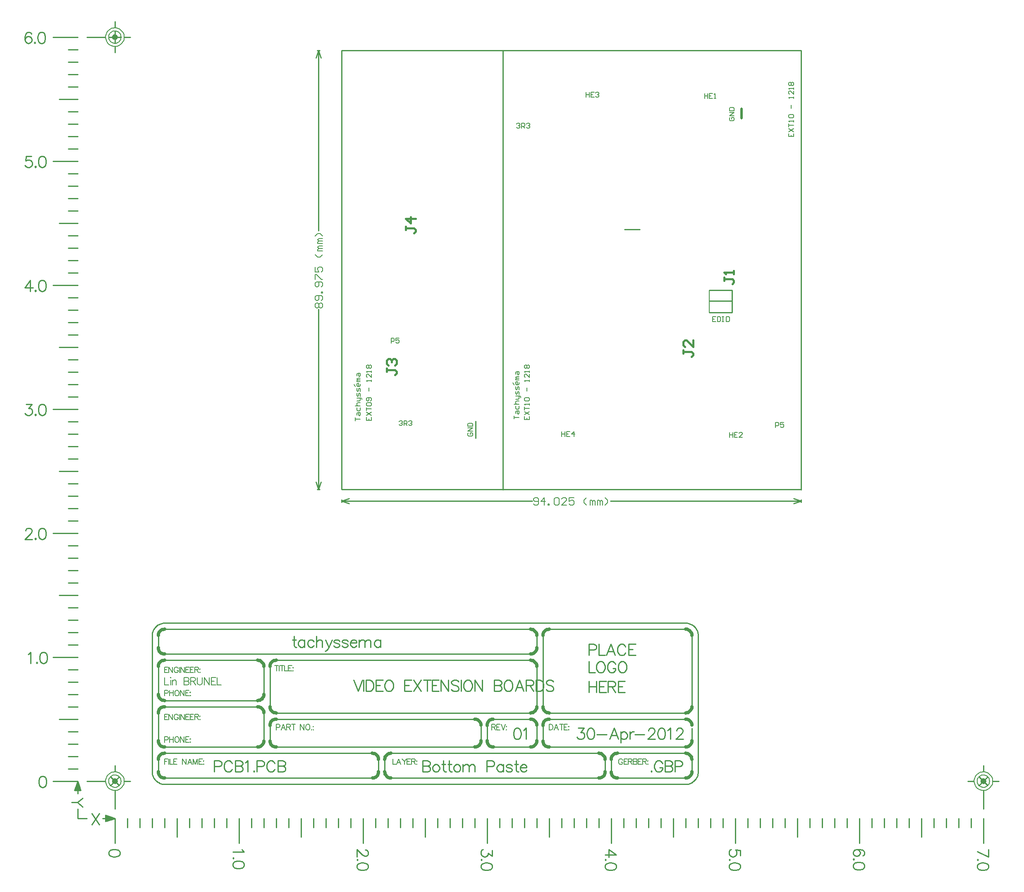
<source format=gbp>
%FSLAX44Y44*%
%MOMM*%
G71*
G01*
G75*
%ADD10R,1.5240X1.5240*%
%ADD11R,0.2500X1.8000*%
%ADD12R,3.0320X1.7780*%
%ADD13O,0.3000X2.5000*%
%ADD14R,0.3000X2.5000*%
%ADD15O,2.5000X0.3000*%
%ADD16R,2.5000X0.3000*%
%ADD17R,1.8000X0.2500*%
%ADD18R,5.5000X5.5000*%
%ADD19R,0.6000X1.1000*%
%ADD20R,0.3000X1.2000*%
%ADD21R,2.0000X0.5000*%
%ADD22R,1.0000X0.5000*%
%ADD23C,0.2500*%
%ADD24C,0.5000*%
%ADD25C,0.2286*%
%ADD26C,0.2000*%
%ADD27C,0.4000*%
%ADD28C,0.6350*%
%ADD29C,0.2540*%
%ADD30C,0.2032*%
%ADD31C,0.1524*%
%ADD32C,0.1270*%
%ADD33C,2.0000*%
%ADD34C,1.5000*%
%ADD35C,3.0000*%
%ADD36O,1.8000X2.0000*%
%ADD37R,1.8000X2.0000*%
%ADD38C,5.0000*%
%ADD39C,1.6000*%
%ADD40C,1.1500*%
%ADD41O,1.2000X1.4000*%
%ADD42O,1.1000X1.6000*%
%ADD43O,1.4000X1.2000*%
%ADD44C,1.0000*%
%ADD45C,1.2700*%
%ADD46C,0.2540*%
%ADD47C,0.1500*%
%ADD48C,0.3048*%
%ADD49C,0.5048*%
%ADD50C,0.2200*%
%ADD51C,0.1000*%
%ADD52C,0.3500*%
%ADD53R,0.5080X0.5080*%
D23*
X2468831Y2050025D02*
Y2084525D01*
X2947581Y2307275D02*
X2994081D01*
Y2353025D01*
X2947581Y2353025D02*
X2994081D01*
X2947581Y2330775D02*
X2993831D01*
X2774081Y2477275D02*
X2805581D01*
X1715441Y1270032D02*
X1718743Y1271175D01*
X1715441Y1272318D02*
X1718743Y1271175D01*
X1712774Y1266222D02*
X1727506Y1271175D01*
X1712774Y1276128D02*
X1727506Y1271175D01*
X1714552Y1268762D02*
X1721664Y1271175D01*
X1714552Y1273588D02*
X1721664Y1271175D01*
X1654481Y1335437D02*
X1655624Y1332135D01*
X1653338D02*
X1654481Y1335437D01*
Y1344200D02*
X1659434Y1329468D01*
X1649528D02*
X1654481Y1344200D01*
Y1338358D02*
X1656894Y1331246D01*
X1652068D02*
X1654481Y1338358D01*
Y1341279D02*
X1658164Y1330357D01*
X1650798D02*
X1654481Y1341279D01*
X1648131Y1328325D02*
X1654481Y1347375D01*
X1660831Y1328325D01*
X1713663Y1267492D02*
X1724585Y1271175D01*
X1713663Y1274858D02*
X1724585Y1271175D01*
X1711631Y1277525D02*
X1730681Y1271175D01*
X1711631Y1264825D02*
X1730681Y1271175D01*
X3499791Y1356265D02*
X3508681Y1347375D01*
X3517571Y1338485D01*
X1721791Y1356265D02*
X1730681Y1347375D01*
X1739571Y1338485D01*
X3508681Y1347375D02*
X3517571Y1356265D01*
X3499791Y1338485D02*
X3508681Y1347375D01*
X1721791Y1338485D02*
X1730681Y1347375D01*
X1739571Y1356265D01*
X2606981Y1429925D02*
Y1461675D01*
X2911781Y1499775D02*
Y1645825D01*
X2606981Y1499775D02*
Y1645825D01*
X1806881Y1366425D02*
Y1645825D01*
X1819581Y1366425D02*
Y1391825D01*
X2911781Y1429925D02*
Y1455325D01*
Y1366425D02*
Y1391825D01*
X2594281Y1429925D02*
Y1461675D01*
X2492681Y1429925D02*
Y1461675D01*
X2048181Y1429925D02*
Y1461675D01*
X2479981Y1429925D02*
Y1461675D01*
X2048181Y1499775D02*
Y1582325D01*
X2594281Y1499775D02*
Y1582325D01*
Y1620425D02*
Y1645825D01*
X1819581Y1620425D02*
Y1645825D01*
X2035481Y1525175D02*
Y1582325D01*
X1819581Y1525175D02*
Y1582325D01*
X2035481Y1429925D02*
Y1487075D01*
X1819581Y1429925D02*
Y1487075D01*
X2924481Y1366425D02*
Y1645825D01*
X2746681Y1366425D02*
Y1391825D01*
X2733981Y1366425D02*
Y1391825D01*
X2283131Y1366425D02*
Y1391825D01*
X2270431Y1366425D02*
Y1391825D01*
X3508683Y1290223D02*
Y1328323D01*
Y1366423D02*
Y1379123D01*
X1730681Y2839625D02*
Y2852325D01*
Y2890425D02*
Y2903125D01*
Y2871375D02*
Y2884075D01*
Y2858675D02*
Y2871375D01*
X3508681Y1220375D02*
Y1271175D01*
X3483281Y1252125D02*
Y1271175D01*
X3457881Y1252125D02*
Y1271175D01*
X3432481Y1252125D02*
Y1271175D01*
X3407081Y1252125D02*
Y1271175D01*
X3381681Y1233075D02*
Y1271175D01*
X3356281Y1252125D02*
Y1271175D01*
X3330881Y1252125D02*
Y1271175D01*
X3305481Y1252125D02*
Y1271175D01*
X3280081Y1252125D02*
Y1271175D01*
X3254681Y1220375D02*
Y1271175D01*
X3229281Y1252125D02*
Y1271175D01*
X3203881Y1252125D02*
Y1271175D01*
X3178481Y1252125D02*
Y1271175D01*
X3153081Y1252125D02*
Y1271175D01*
X3127681Y1233075D02*
Y1271175D01*
X3102281Y1252125D02*
Y1271175D01*
X3076881Y1252125D02*
Y1271175D01*
X3051481Y1252125D02*
Y1271175D01*
X3026081Y1252125D02*
Y1271175D01*
X3000681Y1220375D02*
Y1271175D01*
X2975281Y1252125D02*
Y1271175D01*
X2949881Y1252125D02*
Y1271175D01*
X2924481Y1252125D02*
Y1271175D01*
X2899081Y1252125D02*
Y1271175D01*
X2873681Y1233075D02*
Y1271175D01*
X2848281Y1252125D02*
Y1271175D01*
X2822881Y1252125D02*
Y1271175D01*
X2797481Y1252125D02*
Y1271175D01*
X2772081Y1252125D02*
Y1271175D01*
X2746681Y1220375D02*
Y1271175D01*
X2721281Y1252125D02*
Y1271175D01*
X2695881Y1252125D02*
Y1271175D01*
X2670481Y1252125D02*
Y1271175D01*
X2645081Y1252125D02*
Y1271175D01*
X2619681Y1233075D02*
Y1271175D01*
X2594281Y1252125D02*
Y1271175D01*
X2568881Y1252125D02*
Y1271175D01*
X2543481Y1252125D02*
Y1271175D01*
X2518081Y1252125D02*
Y1271175D01*
X2492681Y1220375D02*
Y1271175D01*
X2467281Y1252125D02*
Y1271175D01*
X2441881Y1252125D02*
Y1271175D01*
X2416481Y1252125D02*
Y1271175D01*
X2391081Y1252125D02*
Y1271175D01*
X2365681Y1233075D02*
Y1271175D01*
X2340281Y1252125D02*
Y1271175D01*
X2314881Y1252125D02*
Y1271175D01*
X2289481Y1252125D02*
Y1271175D01*
X2264081Y1252125D02*
Y1271175D01*
X2238681Y1220375D02*
Y1271175D01*
X2213281Y1252125D02*
Y1271175D01*
X2187881Y1252125D02*
Y1271175D01*
X2162481Y1252125D02*
Y1271175D01*
X2137081Y1252125D02*
Y1271175D01*
X2111681Y1233075D02*
Y1271175D01*
X2086281Y1252125D02*
Y1271175D01*
X2060881Y1252125D02*
Y1271175D01*
X2035481Y1252125D02*
Y1271175D01*
X2010081Y1252125D02*
Y1271175D01*
X1984681Y1220375D02*
Y1271175D01*
X1959281Y1252125D02*
Y1271175D01*
X1933881Y1252125D02*
Y1271175D01*
X1908481Y1252125D02*
Y1271175D01*
X1883081Y1252125D02*
Y1271175D01*
X1857681Y1233075D02*
Y1271175D01*
X1832281Y1252125D02*
Y1271175D01*
X1806881Y1252125D02*
Y1271175D01*
X1781481Y1252125D02*
Y1271175D01*
X1756081Y1252125D02*
Y1271175D01*
X1730681Y1220375D02*
Y1271175D01*
X1715441Y1270032D02*
Y1272318D01*
X1712774Y1266222D02*
Y1276128D01*
X1714552Y1268762D02*
Y1273588D01*
X1654481Y1321975D02*
Y1328325D01*
X1713663Y1267492D02*
Y1274858D01*
X1711631Y1264825D02*
Y1277525D01*
X1654481Y1271175D02*
Y1290225D01*
X1730683Y1366423D02*
Y1379123D01*
Y1290223D02*
Y1328323D01*
X2619681Y1474375D02*
X2899081D01*
X2619681Y1487075D02*
X2899081D01*
X2060881D02*
X2581581D01*
X2619681Y1658525D02*
X2899081D01*
X2619681Y1417225D02*
X2899081D01*
X2505381Y1474375D02*
X2581581D01*
X2505381Y1417225D02*
X2581581D01*
X2060881D02*
X2467281D01*
X2060881Y1474375D02*
X2467281D01*
X2060881Y1595025D02*
X2581581D01*
X1832281Y1607725D02*
X2581581D01*
X1832281Y1595025D02*
X2022781D01*
X1832281Y1512475D02*
X2022781D01*
X1832281Y1499775D02*
X2022781D01*
X1832281Y1417225D02*
X2022781D01*
X1832281Y1671225D02*
X2899081D01*
X1832281Y1341025D02*
X2899081D01*
X1832281Y1658525D02*
X2581581D01*
X2759381Y1404525D02*
X2899081D01*
X2759381Y1353725D02*
X2899081D01*
X2295831Y1404525D02*
X2721281D01*
X1832281D02*
X2257731D01*
X1832281Y1353725D02*
X2257731D01*
X2295831D02*
X2721281D01*
X3527733Y1347373D02*
X3540433D01*
X3476933D02*
X3489633D01*
X1749731Y2871375D02*
X1762431D01*
X1673531D02*
X1711631D01*
X1717981D02*
X1730681D01*
X1743381D01*
X1603681D02*
X1654481D01*
X1635431Y2845975D02*
X1654481D01*
X1635431Y2820575D02*
X1654481D01*
X1635431Y2795175D02*
X1654481D01*
X1635431Y2769775D02*
X1654481D01*
X1616381Y2744375D02*
X1654481D01*
X1635431Y2718975D02*
X1654481D01*
X1635431Y2693575D02*
X1654481D01*
X1635431Y2668175D02*
X1654481D01*
X1635431Y2642775D02*
X1654481D01*
X1603681Y2617375D02*
X1654481D01*
X1635431Y2591975D02*
X1654481D01*
X1635431Y2566575D02*
X1654481D01*
X1635431Y2541175D02*
X1654481D01*
X1635431Y2515775D02*
X1654481D01*
X1616381Y2490375D02*
X1654481D01*
X1635431Y2464975D02*
X1654481D01*
X1635431Y2439575D02*
X1654481D01*
X1635431Y2414175D02*
X1654481D01*
X1635431Y2388775D02*
X1654481D01*
X1603681Y2363375D02*
X1654481D01*
X1635431Y2337975D02*
X1654481D01*
X1635431Y2312575D02*
X1654481D01*
X1635431Y2287175D02*
X1654481D01*
X1635431Y2261775D02*
X1654481D01*
X1616381Y2236375D02*
X1654481D01*
X1635431Y2210975D02*
X1654481D01*
X1635431Y2185575D02*
X1654481D01*
X1635431Y2160175D02*
X1654481D01*
X1635431Y2134775D02*
X1654481D01*
X1603681Y2109375D02*
X1654481D01*
X1635431Y2083975D02*
X1654481D01*
X1635431Y2058575D02*
X1654481D01*
X1635431Y2033175D02*
X1654481D01*
X1635431Y2007775D02*
X1654481D01*
X1616381Y1982375D02*
X1654481D01*
X1635431Y1956975D02*
X1654481D01*
X1635431Y1931575D02*
X1654481D01*
X1635431Y1906175D02*
X1654481D01*
X1635431Y1880775D02*
X1654481D01*
X1603681Y1855375D02*
X1654481D01*
X1635431Y1829975D02*
X1654481D01*
X1635431Y1804575D02*
X1654481D01*
X1635431Y1779175D02*
X1654481D01*
X1635431Y1753775D02*
X1654481D01*
X1616381Y1728375D02*
X1654481D01*
X1635431Y1702975D02*
X1654481D01*
X1635431Y1677575D02*
X1654481D01*
X1635431Y1652175D02*
X1654481D01*
X1635431Y1626775D02*
X1654481D01*
X1603681Y1601375D02*
X1654481D01*
X1635431Y1575975D02*
X1654481D01*
X1635431Y1550575D02*
X1654481D01*
X1635431Y1525175D02*
X1654481D01*
X1635431Y1499775D02*
X1654481D01*
X1616381Y1474375D02*
X1654481D01*
X1635431Y1448975D02*
X1654481D01*
X1635431Y1423575D02*
X1654481D01*
X1635431Y1398175D02*
X1654481D01*
X1635431Y1372775D02*
X1654481D01*
X1603681Y1347375D02*
X1654481D01*
X1705281Y1271175D02*
X1711631D01*
X1653338Y1332135D02*
X1655624D01*
X1649528Y1329468D02*
X1659434D01*
X1652068Y1331246D02*
X1656894D01*
X1650798Y1330357D02*
X1658164D01*
X1648131Y1328325D02*
X1660831D01*
X1654481Y1271175D02*
X1673531D01*
X1673533Y1347373D02*
X1711633D01*
X1749733D02*
X1762433D01*
X2194831Y1944525D02*
X3135081D01*
X2194831Y2844275D02*
X3135201D01*
X2194831Y1944525D02*
Y2844275D01*
X3135201Y1944395D02*
Y2844395D01*
X2525001Y1944395D02*
Y2844395D01*
D24*
X3013331Y2705525D02*
Y2724275D01*
D25*
X2829049Y1368602D02*
X2827961Y1367513D01*
X2829049Y1366425D01*
X2830137Y1367513D01*
X2829049Y1368602D01*
X2851469Y1383839D02*
X2850381Y1386015D01*
X2848204Y1388192D01*
X2846027Y1389280D01*
X2841674D01*
X2839497Y1388192D01*
X2837320Y1386015D01*
X2836232Y1383839D01*
X2835144Y1380573D01*
Y1375132D01*
X2836232Y1371867D01*
X2837320Y1369690D01*
X2839497Y1367513D01*
X2841674Y1366425D01*
X2846027D01*
X2848204Y1367513D01*
X2850381Y1369690D01*
X2851469Y1371867D01*
Y1375132D01*
X2846027D02*
X2851469D01*
X2856693Y1389280D02*
Y1366425D01*
Y1389280D02*
X2866488D01*
X2869753Y1388192D01*
X2870841Y1387103D01*
X2871930Y1384927D01*
Y1382750D01*
X2870841Y1380573D01*
X2869753Y1379485D01*
X2866488Y1378397D01*
X2856693D02*
X2866488D01*
X2869753Y1377309D01*
X2870841Y1376220D01*
X2871930Y1374043D01*
Y1370779D01*
X2870841Y1368602D01*
X2869753Y1367513D01*
X2866488Y1366425D01*
X2856693D01*
X2877045Y1377309D02*
X2886840D01*
X2890105Y1378397D01*
X2891193Y1379485D01*
X2892281Y1381662D01*
Y1384927D01*
X2891193Y1387103D01*
X2890105Y1388192D01*
X2886840Y1389280D01*
X2877045D01*
Y1366425D01*
X2097166Y1644550D02*
Y1626048D01*
X2098254Y1622783D01*
X2100431Y1621695D01*
X2102607D01*
X2093901Y1636932D02*
X2101519D01*
X2118932D02*
Y1621695D01*
Y1633667D02*
X2116756Y1635844D01*
X2114579Y1636932D01*
X2111314D01*
X2109137Y1635844D01*
X2106961Y1633667D01*
X2105872Y1630402D01*
Y1628225D01*
X2106961Y1624960D01*
X2109137Y1622783D01*
X2111314Y1621695D01*
X2114579D01*
X2116756Y1622783D01*
X2118932Y1624960D01*
X2138087Y1633667D02*
X2135911Y1635844D01*
X2133734Y1636932D01*
X2130469D01*
X2128292Y1635844D01*
X2126116Y1633667D01*
X2125027Y1630402D01*
Y1628225D01*
X2126116Y1624960D01*
X2128292Y1622783D01*
X2130469Y1621695D01*
X2133734D01*
X2135911Y1622783D01*
X2138087Y1624960D01*
X2142985Y1644550D02*
Y1621695D01*
Y1632578D02*
X2146250Y1635844D01*
X2148426Y1636932D01*
X2151691D01*
X2153868Y1635844D01*
X2154957Y1632578D01*
Y1621695D01*
X2162031Y1636932D02*
X2168561Y1621695D01*
X2175091Y1636932D02*
X2168561Y1621695D01*
X2166384Y1617342D01*
X2164207Y1615165D01*
X2162031Y1614077D01*
X2160942D01*
X2190872Y1633667D02*
X2189783Y1635844D01*
X2186518Y1636932D01*
X2183253D01*
X2179988Y1635844D01*
X2178900Y1633667D01*
X2179988Y1631490D01*
X2182165Y1630402D01*
X2187607Y1629314D01*
X2189783Y1628225D01*
X2190872Y1626048D01*
Y1624960D01*
X2189783Y1622783D01*
X2186518Y1621695D01*
X2183253D01*
X2179988Y1622783D01*
X2178900Y1624960D01*
X2207632Y1633667D02*
X2206544Y1635844D01*
X2203279Y1636932D01*
X2200014D01*
X2196749Y1635844D01*
X2195660Y1633667D01*
X2196749Y1631490D01*
X2198925Y1630402D01*
X2204367Y1629314D01*
X2206544Y1628225D01*
X2207632Y1626048D01*
Y1624960D01*
X2206544Y1622783D01*
X2203279Y1621695D01*
X2200014D01*
X2196749Y1622783D01*
X2195660Y1624960D01*
X2212421Y1630402D02*
X2225481D01*
Y1632578D01*
X2224393Y1634755D01*
X2223304Y1635844D01*
X2221127Y1636932D01*
X2217862D01*
X2215686Y1635844D01*
X2213509Y1633667D01*
X2212421Y1630402D01*
Y1628225D01*
X2213509Y1624960D01*
X2215686Y1622783D01*
X2217862Y1621695D01*
X2221127D01*
X2223304Y1622783D01*
X2225481Y1624960D01*
X2230378Y1636932D02*
Y1621695D01*
Y1632578D02*
X2233643Y1635844D01*
X2235820Y1636932D01*
X2239085D01*
X2241262Y1635844D01*
X2242350Y1632578D01*
Y1621695D01*
Y1632578D02*
X2245615Y1635844D01*
X2247792Y1636932D01*
X2251057D01*
X2253233Y1635844D01*
X2254322Y1632578D01*
Y1621695D01*
X2274565Y1636932D02*
Y1621695D01*
Y1633667D02*
X2272388Y1635844D01*
X2270211Y1636932D01*
X2266947D01*
X2264770Y1635844D01*
X2262593Y1633667D01*
X2261505Y1630402D01*
Y1628225D01*
X2262593Y1624960D01*
X2264770Y1622783D01*
X2266947Y1621695D01*
X2270211D01*
X2272388Y1622783D01*
X2274565Y1624960D01*
X2219631Y1554380D02*
X2228337Y1531525D01*
X2237044Y1554380D02*
X2228337Y1531525D01*
X2239983Y1554380D02*
Y1531525D01*
X2244771Y1554380D02*
Y1531525D01*
Y1554380D02*
X2252390D01*
X2255655Y1553292D01*
X2257831Y1551115D01*
X2258920Y1548938D01*
X2260008Y1545674D01*
Y1540232D01*
X2258920Y1536967D01*
X2257831Y1534790D01*
X2255655Y1532613D01*
X2252390Y1531525D01*
X2244771D01*
X2279272Y1554380D02*
X2265123D01*
Y1531525D01*
X2279272D01*
X2265123Y1543497D02*
X2273830D01*
X2289611Y1554380D02*
X2287434Y1553292D01*
X2285258Y1551115D01*
X2284169Y1548938D01*
X2283081Y1545674D01*
Y1540232D01*
X2284169Y1536967D01*
X2285258Y1534790D01*
X2287434Y1532613D01*
X2289611Y1531525D01*
X2293964D01*
X2296141Y1532613D01*
X2298318Y1534790D01*
X2299406Y1536967D01*
X2300494Y1540232D01*
Y1545674D01*
X2299406Y1548938D01*
X2298318Y1551115D01*
X2296141Y1553292D01*
X2293964Y1554380D01*
X2289611D01*
X2337933D02*
X2323785D01*
Y1531525D01*
X2337933D01*
X2323785Y1543497D02*
X2332491D01*
X2341742Y1554380D02*
X2356979Y1531525D01*
Y1554380D02*
X2341742Y1531525D01*
X2369713Y1554380D02*
Y1531525D01*
X2362094Y1554380D02*
X2377331D01*
X2394200D02*
X2380052D01*
Y1531525D01*
X2394200D01*
X2380052Y1543497D02*
X2388758D01*
X2398009Y1554380D02*
Y1531525D01*
Y1554380D02*
X2413246Y1531525D01*
Y1554380D02*
Y1531525D01*
X2434795Y1551115D02*
X2432619Y1553292D01*
X2429353Y1554380D01*
X2425000D01*
X2421735Y1553292D01*
X2419558Y1551115D01*
Y1548938D01*
X2420647Y1546762D01*
X2421735Y1545674D01*
X2423912Y1544585D01*
X2430442Y1542408D01*
X2432619Y1541320D01*
X2433707Y1540232D01*
X2434795Y1538055D01*
Y1534790D01*
X2432619Y1532613D01*
X2429353Y1531525D01*
X2425000D01*
X2421735Y1532613D01*
X2419558Y1534790D01*
X2439910Y1554380D02*
Y1531525D01*
X2451229Y1554380D02*
X2449052Y1553292D01*
X2446876Y1551115D01*
X2445787Y1548938D01*
X2444699Y1545674D01*
Y1540232D01*
X2445787Y1536967D01*
X2446876Y1534790D01*
X2449052Y1532613D01*
X2451229Y1531525D01*
X2455582D01*
X2457759Y1532613D01*
X2459936Y1534790D01*
X2461024Y1536967D01*
X2462112Y1540232D01*
Y1545674D01*
X2461024Y1548938D01*
X2459936Y1551115D01*
X2457759Y1553292D01*
X2455582Y1554380D01*
X2451229D01*
X2467445D02*
Y1531525D01*
Y1554380D02*
X2482682Y1531525D01*
Y1554380D02*
Y1531525D01*
X2506952Y1554380D02*
Y1531525D01*
Y1554380D02*
X2516747D01*
X2520012Y1553292D01*
X2521100Y1552204D01*
X2522189Y1550027D01*
Y1547850D01*
X2521100Y1545674D01*
X2520012Y1544585D01*
X2516747Y1543497D01*
X2506952D02*
X2516747D01*
X2520012Y1542408D01*
X2521100Y1541320D01*
X2522189Y1539144D01*
Y1535878D01*
X2521100Y1533702D01*
X2520012Y1532613D01*
X2516747Y1531525D01*
X2506952D01*
X2533834Y1554380D02*
X2531657Y1553292D01*
X2529480Y1551115D01*
X2528392Y1548938D01*
X2527304Y1545674D01*
Y1540232D01*
X2528392Y1536967D01*
X2529480Y1534790D01*
X2531657Y1532613D01*
X2533834Y1531525D01*
X2538187D01*
X2540364Y1532613D01*
X2542541Y1534790D01*
X2543629Y1536967D01*
X2544717Y1540232D01*
Y1545674D01*
X2543629Y1548938D01*
X2542541Y1551115D01*
X2540364Y1553292D01*
X2538187Y1554380D01*
X2533834D01*
X2567463Y1531525D02*
X2558757Y1554380D01*
X2550050Y1531525D01*
X2553315Y1539144D02*
X2564199D01*
X2572796Y1554380D02*
Y1531525D01*
Y1554380D02*
X2582591D01*
X2585856Y1553292D01*
X2586945Y1552204D01*
X2588033Y1550027D01*
Y1547850D01*
X2586945Y1545674D01*
X2585856Y1544585D01*
X2582591Y1543497D01*
X2572796D01*
X2580415D02*
X2588033Y1531525D01*
X2593148Y1554380D02*
Y1531525D01*
Y1554380D02*
X2600767D01*
X2604032Y1553292D01*
X2606208Y1551115D01*
X2607297Y1548938D01*
X2608385Y1545674D01*
Y1540232D01*
X2607297Y1536967D01*
X2606208Y1534790D01*
X2604032Y1532613D01*
X2600767Y1531525D01*
X2593148D01*
X2628737Y1551115D02*
X2626560Y1553292D01*
X2623295Y1554380D01*
X2618942D01*
X2615677Y1553292D01*
X2613500Y1551115D01*
Y1548938D01*
X2614589Y1546762D01*
X2615677Y1545674D01*
X2617854Y1544585D01*
X2624384Y1542408D01*
X2626560Y1541320D01*
X2627649Y1540232D01*
X2628737Y1538055D01*
Y1534790D01*
X2626560Y1532613D01*
X2623295Y1531525D01*
X2618942D01*
X2615677Y1532613D01*
X2613500Y1534790D01*
X1933881Y1377309D02*
X1943676D01*
X1946941Y1378397D01*
X1948029Y1379485D01*
X1949117Y1381662D01*
Y1384927D01*
X1948029Y1387103D01*
X1946941Y1388192D01*
X1943676Y1389280D01*
X1933881D01*
Y1366425D01*
X1970558Y1383839D02*
X1969469Y1386015D01*
X1967293Y1388192D01*
X1965116Y1389280D01*
X1960763D01*
X1958586Y1388192D01*
X1956409Y1386015D01*
X1955321Y1383839D01*
X1954233Y1380573D01*
Y1375132D01*
X1955321Y1371867D01*
X1956409Y1369690D01*
X1958586Y1367513D01*
X1960763Y1366425D01*
X1965116D01*
X1967293Y1367513D01*
X1969469Y1369690D01*
X1970558Y1371867D01*
X1976979Y1389280D02*
Y1366425D01*
Y1389280D02*
X1986774D01*
X1990039Y1388192D01*
X1991127Y1387103D01*
X1992216Y1384927D01*
Y1382750D01*
X1991127Y1380573D01*
X1990039Y1379485D01*
X1986774Y1378397D01*
X1976979D02*
X1986774D01*
X1990039Y1377309D01*
X1991127Y1376220D01*
X1992216Y1374043D01*
Y1370779D01*
X1991127Y1368602D01*
X1990039Y1367513D01*
X1986774Y1366425D01*
X1976979D01*
X1997331Y1384927D02*
X1999507Y1386015D01*
X2002773Y1389280D01*
Y1366425D01*
X2015180Y1368602D02*
X2014091Y1367513D01*
X2015180Y1366425D01*
X2016268Y1367513D01*
X2015180Y1368602D01*
X2021274Y1377309D02*
X2031069D01*
X2034334Y1378397D01*
X2035423Y1379485D01*
X2036511Y1381662D01*
Y1384927D01*
X2035423Y1387103D01*
X2034334Y1388192D01*
X2031069Y1389280D01*
X2021274D01*
Y1366425D01*
X2057951Y1383839D02*
X2056863Y1386015D01*
X2054686Y1388192D01*
X2052510Y1389280D01*
X2048156D01*
X2045980Y1388192D01*
X2043803Y1386015D01*
X2042715Y1383839D01*
X2041626Y1380573D01*
Y1375132D01*
X2042715Y1371867D01*
X2043803Y1369690D01*
X2045980Y1367513D01*
X2048156Y1366425D01*
X2052510D01*
X2054686Y1367513D01*
X2056863Y1369690D01*
X2057951Y1371867D01*
X2064373Y1389280D02*
Y1366425D01*
Y1389280D02*
X2074167D01*
X2077433Y1388192D01*
X2078521Y1387103D01*
X2079609Y1384927D01*
Y1382750D01*
X2078521Y1380573D01*
X2077433Y1379485D01*
X2074167Y1378397D01*
X2064373D02*
X2074167D01*
X2077433Y1377309D01*
X2078521Y1376220D01*
X2079609Y1374043D01*
Y1370779D01*
X2078521Y1368602D01*
X2077433Y1367513D01*
X2074167Y1366425D01*
X2064373D01*
X2360601Y1389280D02*
Y1366425D01*
Y1389280D02*
X2370396D01*
X2373661Y1388192D01*
X2374749Y1387103D01*
X2375837Y1384927D01*
Y1382750D01*
X2374749Y1380573D01*
X2373661Y1379485D01*
X2370396Y1378397D01*
X2360601D02*
X2370396D01*
X2373661Y1377309D01*
X2374749Y1376220D01*
X2375837Y1374043D01*
Y1370779D01*
X2374749Y1368602D01*
X2373661Y1367513D01*
X2370396Y1366425D01*
X2360601D01*
X2386394Y1381662D02*
X2384218Y1380573D01*
X2382041Y1378397D01*
X2380953Y1375132D01*
Y1372955D01*
X2382041Y1369690D01*
X2384218Y1367513D01*
X2386394Y1366425D01*
X2389659D01*
X2391836Y1367513D01*
X2394013Y1369690D01*
X2395101Y1372955D01*
Y1375132D01*
X2394013Y1378397D01*
X2391836Y1380573D01*
X2389659Y1381662D01*
X2386394D01*
X2403372Y1389280D02*
Y1370779D01*
X2404461Y1367513D01*
X2406637Y1366425D01*
X2408814D01*
X2400107Y1381662D02*
X2407726D01*
X2415344Y1389280D02*
Y1370779D01*
X2416432Y1367513D01*
X2418609Y1366425D01*
X2420786D01*
X2412079Y1381662D02*
X2419698D01*
X2429492D02*
X2427316Y1380573D01*
X2425139Y1378397D01*
X2424051Y1375132D01*
Y1372955D01*
X2425139Y1369690D01*
X2427316Y1367513D01*
X2429492Y1366425D01*
X2432758D01*
X2434934Y1367513D01*
X2437111Y1369690D01*
X2438199Y1372955D01*
Y1375132D01*
X2437111Y1378397D01*
X2434934Y1380573D01*
X2432758Y1381662D01*
X2429492D01*
X2443206D02*
Y1366425D01*
Y1377309D02*
X2446471Y1380573D01*
X2448647Y1381662D01*
X2451912D01*
X2454089Y1380573D01*
X2455177Y1377309D01*
Y1366425D01*
Y1377309D02*
X2458442Y1380573D01*
X2460619Y1381662D01*
X2463884D01*
X2466061Y1380573D01*
X2467149Y1377309D01*
Y1366425D01*
X2492290Y1377309D02*
X2502085D01*
X2505350Y1378397D01*
X2506438Y1379485D01*
X2507526Y1381662D01*
Y1384927D01*
X2506438Y1387103D01*
X2505350Y1388192D01*
X2502085Y1389280D01*
X2492290D01*
Y1366425D01*
X2525702Y1381662D02*
Y1366425D01*
Y1378397D02*
X2523525Y1380573D01*
X2521348Y1381662D01*
X2518083D01*
X2515907Y1380573D01*
X2513730Y1378397D01*
X2512642Y1375132D01*
Y1372955D01*
X2513730Y1369690D01*
X2515907Y1367513D01*
X2518083Y1366425D01*
X2521348D01*
X2523525Y1367513D01*
X2525702Y1369690D01*
X2543768Y1378397D02*
X2542680Y1380573D01*
X2539415Y1381662D01*
X2536150D01*
X2532885Y1380573D01*
X2531796Y1378397D01*
X2532885Y1376220D01*
X2535061Y1375132D01*
X2540503Y1374043D01*
X2542680Y1372955D01*
X2543768Y1370779D01*
Y1369690D01*
X2542680Y1367513D01*
X2539415Y1366425D01*
X2536150D01*
X2532885Y1367513D01*
X2531796Y1369690D01*
X2551822Y1389280D02*
Y1370779D01*
X2552910Y1367513D01*
X2555087Y1366425D01*
X2557263D01*
X2548557Y1381662D02*
X2556175D01*
X2560529Y1375132D02*
X2573589D01*
Y1377309D01*
X2572500Y1379485D01*
X2571412Y1380573D01*
X2569235Y1381662D01*
X2565970D01*
X2563794Y1380573D01*
X2561617Y1378397D01*
X2560529Y1375132D01*
Y1372955D01*
X2561617Y1369690D01*
X2563794Y1367513D01*
X2565970Y1366425D01*
X2569235D01*
X2571412Y1367513D01*
X2573589Y1369690D01*
X2553186Y1455955D02*
X2549921Y1454867D01*
X2547744Y1451602D01*
X2546656Y1446160D01*
Y1442895D01*
X2547744Y1437453D01*
X2549921Y1434188D01*
X2553186Y1433100D01*
X2555362D01*
X2558627Y1434188D01*
X2560804Y1437453D01*
X2561892Y1442895D01*
Y1446160D01*
X2560804Y1451602D01*
X2558627Y1454867D01*
X2555362Y1455955D01*
X2553186D01*
X2567008Y1451602D02*
X2569184Y1452690D01*
X2572449Y1455955D01*
Y1433100D01*
X2700961Y1616069D02*
X2710756D01*
X2714021Y1617157D01*
X2715109Y1618245D01*
X2716198Y1620422D01*
Y1623687D01*
X2715109Y1625863D01*
X2714021Y1626952D01*
X2710756Y1628040D01*
X2700961D01*
Y1605185D01*
X2721313Y1628040D02*
Y1605185D01*
X2734373D01*
X2754289D02*
X2745583Y1628040D01*
X2736876Y1605185D01*
X2740141Y1612803D02*
X2751024D01*
X2775947Y1622599D02*
X2774859Y1624775D01*
X2772682Y1626952D01*
X2770505Y1628040D01*
X2766152D01*
X2763976Y1626952D01*
X2761799Y1624775D01*
X2760710Y1622599D01*
X2759622Y1619333D01*
Y1613892D01*
X2760710Y1610627D01*
X2761799Y1608450D01*
X2763976Y1606273D01*
X2766152Y1605185D01*
X2770505D01*
X2772682Y1606273D01*
X2774859Y1608450D01*
X2775947Y1610627D01*
X2796517Y1628040D02*
X2782368D01*
Y1605185D01*
X2796517D01*
X2782368Y1617157D02*
X2791075D01*
X2700961Y1592480D02*
Y1569625D01*
X2714021D01*
X2723054Y1592480D02*
X2720877Y1591392D01*
X2718701Y1589215D01*
X2717612Y1587039D01*
X2716524Y1583773D01*
Y1578332D01*
X2717612Y1575067D01*
X2718701Y1572890D01*
X2720877Y1570713D01*
X2723054Y1569625D01*
X2727407D01*
X2729584Y1570713D01*
X2731761Y1572890D01*
X2732849Y1575067D01*
X2733937Y1578332D01*
Y1583773D01*
X2732849Y1587039D01*
X2731761Y1589215D01*
X2729584Y1591392D01*
X2727407Y1592480D01*
X2723054D01*
X2755595Y1587039D02*
X2754507Y1589215D01*
X2752330Y1591392D01*
X2750154Y1592480D01*
X2745800D01*
X2743623Y1591392D01*
X2741447Y1589215D01*
X2740359Y1587039D01*
X2739270Y1583773D01*
Y1578332D01*
X2740359Y1575067D01*
X2741447Y1572890D01*
X2743623Y1570713D01*
X2745800Y1569625D01*
X2750154D01*
X2752330Y1570713D01*
X2754507Y1572890D01*
X2755595Y1575067D01*
Y1578332D01*
X2750154D02*
X2755595D01*
X2767349Y1592480D02*
X2765173Y1591392D01*
X2762996Y1589215D01*
X2761908Y1587039D01*
X2760819Y1583773D01*
Y1578332D01*
X2761908Y1575067D01*
X2762996Y1572890D01*
X2765173Y1570713D01*
X2767349Y1569625D01*
X2771703D01*
X2773879Y1570713D01*
X2776056Y1572890D01*
X2777144Y1575067D01*
X2778233Y1578332D01*
Y1583773D01*
X2777144Y1587039D01*
X2776056Y1589215D01*
X2773879Y1591392D01*
X2771703Y1592480D01*
X2767349D01*
X2700961Y1551840D02*
Y1528985D01*
X2716198Y1551840D02*
Y1528985D01*
X2700961Y1540957D02*
X2716198D01*
X2736658Y1551840D02*
X2722510D01*
Y1528985D01*
X2736658D01*
X2722510Y1540957D02*
X2731216D01*
X2740468Y1551840D02*
Y1528985D01*
Y1551840D02*
X2750262D01*
X2753528Y1550752D01*
X2754616Y1549664D01*
X2755704Y1547487D01*
Y1545310D01*
X2754616Y1543134D01*
X2753528Y1542045D01*
X2750262Y1540957D01*
X2740468D01*
X2748086D02*
X2755704Y1528985D01*
X2774968Y1551840D02*
X2760819D01*
Y1528985D01*
X2774968D01*
X2760819Y1540957D02*
X2769526D01*
X2679007Y1455955D02*
X2690979D01*
X2684449Y1447249D01*
X2687714D01*
X2689891Y1446160D01*
X2690979Y1445072D01*
X2692067Y1441807D01*
Y1439630D01*
X2690979Y1436365D01*
X2688802Y1434188D01*
X2685537Y1433100D01*
X2682272D01*
X2679007Y1434188D01*
X2677919Y1435277D01*
X2676831Y1437453D01*
X2703713Y1455955D02*
X2700448Y1454867D01*
X2698271Y1451602D01*
X2697183Y1446160D01*
Y1442895D01*
X2698271Y1437453D01*
X2700448Y1434188D01*
X2703713Y1433100D01*
X2705889D01*
X2709154Y1434188D01*
X2711331Y1437453D01*
X2712419Y1442895D01*
Y1446160D01*
X2711331Y1451602D01*
X2709154Y1454867D01*
X2705889Y1455955D01*
X2703713D01*
X2717534Y1442895D02*
X2737125D01*
X2761286Y1433100D02*
X2752579Y1455955D01*
X2743872Y1433100D01*
X2747137Y1440719D02*
X2758021D01*
X2766619Y1448337D02*
Y1425482D01*
Y1445072D02*
X2768795Y1447249D01*
X2770972Y1448337D01*
X2774237D01*
X2776414Y1447249D01*
X2778590Y1445072D01*
X2779679Y1441807D01*
Y1439630D01*
X2778590Y1436365D01*
X2776414Y1434188D01*
X2774237Y1433100D01*
X2770972D01*
X2768795Y1434188D01*
X2766619Y1436365D01*
X2784576Y1448337D02*
Y1433100D01*
Y1441807D02*
X2785664Y1445072D01*
X2787841Y1447249D01*
X2790018Y1448337D01*
X2793283D01*
X2795351Y1442895D02*
X2814941D01*
X2822777Y1450513D02*
Y1451602D01*
X2823865Y1453779D01*
X2824954Y1454867D01*
X2827130Y1455955D01*
X2831483D01*
X2833660Y1454867D01*
X2834749Y1453779D01*
X2835837Y1451602D01*
Y1449425D01*
X2834749Y1447249D01*
X2832572Y1443983D01*
X2821689Y1433100D01*
X2836925D01*
X2848571Y1455955D02*
X2845305Y1454867D01*
X2843129Y1451602D01*
X2842040Y1446160D01*
Y1442895D01*
X2843129Y1437453D01*
X2845305Y1434188D01*
X2848571Y1433100D01*
X2850747D01*
X2854012Y1434188D01*
X2856189Y1437453D01*
X2857277Y1442895D01*
Y1446160D01*
X2856189Y1451602D01*
X2854012Y1454867D01*
X2850747Y1455955D01*
X2848571D01*
X2862392Y1451602D02*
X2864569Y1452690D01*
X2867834Y1455955D01*
Y1433100D01*
X2880241Y1450513D02*
Y1451602D01*
X2881330Y1453779D01*
X2882418Y1454867D01*
X2884594Y1455955D01*
X2888948D01*
X2891125Y1454867D01*
X2892213Y1453779D01*
X2893301Y1451602D01*
Y1449425D01*
X2892213Y1447249D01*
X2890036Y1443983D01*
X2879153Y1433100D01*
X2894390D01*
X1664636Y1312450D02*
X1653752Y1303743D01*
X1641781D01*
X1664636Y1295037D02*
X1653752Y1303743D01*
X1683056Y1281330D02*
X1698292Y1258475D01*
Y1281330D02*
X1683056Y1258475D01*
X3261571Y1194615D02*
X3263747Y1195703D01*
X3264836Y1198968D01*
Y1201145D01*
X3263747Y1204410D01*
X3260482Y1206587D01*
X3255041Y1207675D01*
X3249599D01*
X3245246Y1206587D01*
X3243069Y1204410D01*
X3241981Y1201145D01*
Y1200057D01*
X3243069Y1196792D01*
X3245246Y1194615D01*
X3248511Y1193527D01*
X3249599D01*
X3252864Y1194615D01*
X3255041Y1196792D01*
X3256129Y1200057D01*
Y1201145D01*
X3255041Y1204410D01*
X3252864Y1206587D01*
X3249599Y1207675D01*
X3244157Y1187432D02*
X3243069Y1188520D01*
X3241981Y1187432D01*
X3243069Y1186344D01*
X3244157Y1187432D01*
X3264836Y1174807D02*
X3263747Y1178072D01*
X3260482Y1180249D01*
X3255041Y1181337D01*
X3251776D01*
X3246334Y1180249D01*
X3243069Y1178072D01*
X3241981Y1174807D01*
Y1172631D01*
X3243069Y1169366D01*
X3246334Y1167189D01*
X3251776Y1166101D01*
X3255041D01*
X3260482Y1167189D01*
X3263747Y1169366D01*
X3264836Y1172631D01*
Y1174807D01*
X2756836Y1196792D02*
X2741599Y1207675D01*
Y1191350D01*
X2756836Y1196792D02*
X2733981D01*
X2736158Y1186235D02*
X2735069Y1187323D01*
X2733981Y1186235D01*
X2735069Y1185146D01*
X2736158Y1186235D01*
X2756836Y1173610D02*
X2755747Y1176875D01*
X2752482Y1179052D01*
X2747041Y1180140D01*
X2743776D01*
X2738334Y1179052D01*
X2735069Y1176875D01*
X2733981Y1173610D01*
Y1171433D01*
X2735069Y1168168D01*
X2738334Y1165992D01*
X2743776Y1164903D01*
X2747041D01*
X2752482Y1165992D01*
X2755747Y1168168D01*
X2756836Y1171433D01*
Y1173610D01*
X2243394Y1206587D02*
X2244482D01*
X2246659Y1205498D01*
X2247747Y1204410D01*
X2248836Y1202233D01*
Y1197880D01*
X2247747Y1195703D01*
X2246659Y1194615D01*
X2244482Y1193527D01*
X2242306D01*
X2240129Y1194615D01*
X2236864Y1196792D01*
X2225981Y1207675D01*
Y1192438D01*
X2228157Y1186235D02*
X2227069Y1187323D01*
X2225981Y1186235D01*
X2227069Y1185146D01*
X2228157Y1186235D01*
X2248836Y1173610D02*
X2247747Y1176875D01*
X2244482Y1179052D01*
X2239041Y1180140D01*
X2235776D01*
X2230334Y1179052D01*
X2227069Y1176875D01*
X2225981Y1173610D01*
Y1171433D01*
X2227069Y1168168D01*
X2230334Y1165992D01*
X2235776Y1164903D01*
X2239041D01*
X2244482Y1165992D01*
X2247747Y1168168D01*
X2248836Y1171433D01*
Y1173610D01*
X1740836Y1201145D02*
X1739747Y1204410D01*
X1736482Y1206587D01*
X1731041Y1207675D01*
X1727776D01*
X1722334Y1206587D01*
X1719069Y1204410D01*
X1717981Y1201145D01*
Y1198968D01*
X1719069Y1195703D01*
X1722334Y1193527D01*
X1727776Y1192438D01*
X1731041D01*
X1736482Y1193527D01*
X1739747Y1195703D01*
X1740836Y1198968D01*
Y1201145D01*
X1990482Y1207675D02*
X1991571Y1205498D01*
X1994836Y1202233D01*
X1971981D01*
X1974157Y1189826D02*
X1973069Y1190915D01*
X1971981Y1189826D01*
X1973069Y1188738D01*
X1974157Y1189826D01*
X1994836Y1177202D02*
X1993747Y1180467D01*
X1990482Y1182643D01*
X1985041Y1183732D01*
X1981776D01*
X1976334Y1182643D01*
X1973069Y1180467D01*
X1971981Y1177202D01*
Y1175025D01*
X1973069Y1171760D01*
X1976334Y1169583D01*
X1981776Y1168495D01*
X1985041D01*
X1990482Y1169583D01*
X1993747Y1171760D01*
X1994836Y1175025D01*
Y1177202D01*
X2502836Y1205498D02*
Y1193527D01*
X2494129Y1200057D01*
Y1196792D01*
X2493041Y1194615D01*
X2491952Y1193527D01*
X2488687Y1192438D01*
X2486511D01*
X2483246Y1193527D01*
X2481069Y1195703D01*
X2479981Y1198968D01*
Y1202233D01*
X2481069Y1205498D01*
X2482157Y1206587D01*
X2484334Y1207675D01*
X2482157Y1186235D02*
X2481069Y1187323D01*
X2479981Y1186235D01*
X2481069Y1185146D01*
X2482157Y1186235D01*
X2502836Y1173610D02*
X2501747Y1176875D01*
X2498482Y1179052D01*
X2493041Y1180140D01*
X2489776D01*
X2484334Y1179052D01*
X2481069Y1176875D01*
X2479981Y1173610D01*
Y1171433D01*
X2481069Y1168168D01*
X2484334Y1165992D01*
X2489776Y1164903D01*
X2493041D01*
X2498482Y1165992D01*
X2501747Y1168168D01*
X2502836Y1171433D01*
Y1173610D01*
X3010836Y1194615D02*
Y1205498D01*
X3001041Y1206587D01*
X3002129Y1205498D01*
X3003217Y1202233D01*
Y1198968D01*
X3002129Y1195703D01*
X2999952Y1193527D01*
X2996687Y1192438D01*
X2994511D01*
X2991246Y1193527D01*
X2989069Y1195703D01*
X2987981Y1198968D01*
Y1202233D01*
X2989069Y1205498D01*
X2990157Y1206587D01*
X2992334Y1207675D01*
X2990157Y1186235D02*
X2989069Y1187323D01*
X2987981Y1186235D01*
X2989069Y1185146D01*
X2990157Y1186235D01*
X3010836Y1173610D02*
X3009747Y1176875D01*
X3006483Y1179052D01*
X3001041Y1180140D01*
X2997776D01*
X2992334Y1179052D01*
X2989069Y1176875D01*
X2987981Y1173610D01*
Y1171433D01*
X2989069Y1168168D01*
X2992334Y1165992D01*
X2997776Y1164903D01*
X3001041D01*
X3006483Y1165992D01*
X3009747Y1168168D01*
X3010836Y1171433D01*
Y1173610D01*
X3518836Y1192438D02*
X3495981Y1203322D01*
X3518836Y1207675D02*
Y1192438D01*
X3498157Y1186235D02*
X3497069Y1187323D01*
X3495981Y1186235D01*
X3497069Y1185146D01*
X3498157Y1186235D01*
X3518836Y1173610D02*
X3517747Y1176875D01*
X3514482Y1179052D01*
X3509041Y1180140D01*
X3505776D01*
X3500334Y1179052D01*
X3497069Y1176875D01*
X3495981Y1173610D01*
Y1171433D01*
X3497069Y1168168D01*
X3500334Y1165992D01*
X3505776Y1164903D01*
X3509041D01*
X3514482Y1165992D01*
X3517747Y1168168D01*
X3518836Y1171433D01*
Y1173610D01*
X1559591Y2627530D02*
X1548707D01*
X1547619Y2617735D01*
X1548707Y2618824D01*
X1551972Y2619912D01*
X1555237D01*
X1558502Y2618824D01*
X1560679Y2616647D01*
X1561767Y2613382D01*
Y2611205D01*
X1560679Y2607940D01*
X1558502Y2605764D01*
X1555237Y2604675D01*
X1551972D01*
X1548707Y2605764D01*
X1547619Y2606852D01*
X1546531Y2609029D01*
X1567971Y2606852D02*
X1566883Y2605764D01*
X1567971Y2604675D01*
X1569059Y2605764D01*
X1567971Y2606852D01*
X1580596Y2627530D02*
X1577331Y2626442D01*
X1575154Y2623177D01*
X1574066Y2617735D01*
Y2614470D01*
X1575154Y2609029D01*
X1577331Y2605764D01*
X1580596Y2604675D01*
X1582772D01*
X1586037Y2605764D01*
X1588214Y2609029D01*
X1589302Y2614470D01*
Y2617735D01*
X1588214Y2623177D01*
X1586037Y2626442D01*
X1582772Y2627530D01*
X1580596D01*
X1548707Y2119530D02*
X1560679D01*
X1554149Y2110824D01*
X1557414D01*
X1559591Y2109735D01*
X1560679Y2108647D01*
X1561767Y2105382D01*
Y2103205D01*
X1560679Y2099940D01*
X1558502Y2097763D01*
X1555237Y2096675D01*
X1551972D01*
X1548707Y2097763D01*
X1547619Y2098852D01*
X1546531Y2101028D01*
X1567971Y2098852D02*
X1566883Y2097763D01*
X1567971Y2096675D01*
X1569059Y2097763D01*
X1567971Y2098852D01*
X1580596Y2119530D02*
X1577331Y2118442D01*
X1575154Y2115177D01*
X1574066Y2109735D01*
Y2106470D01*
X1575154Y2101028D01*
X1577331Y2097763D01*
X1580596Y2096675D01*
X1582772D01*
X1586037Y2097763D01*
X1588214Y2101028D01*
X1589302Y2106470D01*
Y2109735D01*
X1588214Y2115177D01*
X1586037Y2118442D01*
X1582772Y2119530D01*
X1580596D01*
X1552881Y1607177D02*
X1555057Y1608265D01*
X1558322Y1611530D01*
Y1588675D01*
X1570729Y1590852D02*
X1569641Y1589763D01*
X1570729Y1588675D01*
X1571818Y1589763D01*
X1570729Y1590852D01*
X1583354Y1611530D02*
X1580089Y1610442D01*
X1577912Y1607177D01*
X1576824Y1601735D01*
Y1598470D01*
X1577912Y1593029D01*
X1580089Y1589763D01*
X1583354Y1588675D01*
X1585531D01*
X1588796Y1589763D01*
X1590972Y1593029D01*
X1592061Y1598470D01*
Y1601735D01*
X1590972Y1607177D01*
X1588796Y1610442D01*
X1585531Y1611530D01*
X1583354D01*
X1581636Y1357530D02*
X1578371Y1356442D01*
X1576194Y1353177D01*
X1575106Y1347735D01*
Y1344470D01*
X1576194Y1339028D01*
X1578371Y1335763D01*
X1581636Y1334675D01*
X1583812D01*
X1587077Y1335763D01*
X1589254Y1339028D01*
X1590342Y1344470D01*
Y1347735D01*
X1589254Y1353177D01*
X1587077Y1356442D01*
X1583812Y1357530D01*
X1581636D01*
X1547619Y1860089D02*
Y1861177D01*
X1548707Y1863353D01*
X1549796Y1864442D01*
X1551972Y1865530D01*
X1556326D01*
X1558502Y1864442D01*
X1559591Y1863353D01*
X1560679Y1861177D01*
Y1859000D01*
X1559591Y1856823D01*
X1557414Y1853559D01*
X1546531Y1842675D01*
X1561767D01*
X1567971Y1844852D02*
X1566883Y1843763D01*
X1567971Y1842675D01*
X1569059Y1843763D01*
X1567971Y1844852D01*
X1580596Y1865530D02*
X1577331Y1864442D01*
X1575154Y1861177D01*
X1574066Y1855735D01*
Y1852470D01*
X1575154Y1847029D01*
X1577331Y1843763D01*
X1580596Y1842675D01*
X1582772D01*
X1586037Y1843763D01*
X1588214Y1847029D01*
X1589302Y1852470D01*
Y1855735D01*
X1588214Y1861177D01*
X1586037Y1864442D01*
X1582772Y1865530D01*
X1580596D01*
X1557414Y2373530D02*
X1546531Y2358293D01*
X1562856D01*
X1557414Y2373530D02*
Y2350675D01*
X1567971Y2352852D02*
X1566883Y2351763D01*
X1567971Y2350675D01*
X1569059Y2351763D01*
X1567971Y2352852D01*
X1580596Y2373530D02*
X1577331Y2372442D01*
X1575154Y2369177D01*
X1574066Y2363735D01*
Y2360470D01*
X1575154Y2355029D01*
X1577331Y2351763D01*
X1580596Y2350675D01*
X1582772D01*
X1586037Y2351763D01*
X1588214Y2355029D01*
X1589302Y2360470D01*
Y2363735D01*
X1588214Y2369177D01*
X1586037Y2372442D01*
X1582772Y2373530D01*
X1580596D01*
X1559591Y2878265D02*
X1558502Y2880442D01*
X1555237Y2881530D01*
X1553061D01*
X1549796Y2880442D01*
X1547619Y2877177D01*
X1546531Y2871735D01*
Y2866294D01*
X1547619Y2861940D01*
X1549796Y2859763D01*
X1553061Y2858675D01*
X1554149D01*
X1557414Y2859763D01*
X1559591Y2861940D01*
X1560679Y2865205D01*
Y2866294D01*
X1559591Y2869558D01*
X1557414Y2871735D01*
X1554149Y2872823D01*
X1553061D01*
X1549796Y2871735D01*
X1547619Y2869558D01*
X1546531Y2866294D01*
X1566774Y2860852D02*
X1565685Y2859763D01*
X1566774Y2858675D01*
X1567862Y2859763D01*
X1566774Y2860852D01*
X1579398Y2881530D02*
X1576134Y2880442D01*
X1573957Y2877177D01*
X1572868Y2871735D01*
Y2868470D01*
X1573957Y2863029D01*
X1576134Y2859763D01*
X1579398Y2858675D01*
X1581575D01*
X1584840Y2859763D01*
X1587017Y2863029D01*
X1588105Y2868470D01*
Y2871735D01*
X1587017Y2877177D01*
X1584840Y2880442D01*
X1581575Y2881530D01*
X1579398D01*
D26*
X2947581Y2307275D02*
Y2353025D01*
X3109834Y2674189D02*
Y2667525D01*
X3119831D01*
Y2674189D01*
X3114832Y2667525D02*
Y2670858D01*
X3109834Y2677522D02*
X3119831Y2684186D01*
X3109834D02*
X3119831Y2677522D01*
X3109834Y2687519D02*
Y2694183D01*
Y2690851D01*
X3119831D01*
Y2697516D02*
Y2700848D01*
Y2699182D01*
X3109834D01*
X3111500Y2697516D01*
Y2705846D02*
X3109834Y2707512D01*
Y2710844D01*
X3111500Y2712511D01*
X3118165D01*
X3119831Y2710844D01*
Y2707512D01*
X3118165Y2705846D01*
X3111500D01*
X3114832Y2725840D02*
Y2732504D01*
X3119831Y2745833D02*
Y2749166D01*
Y2747499D01*
X3109834D01*
X3111500Y2745833D01*
X3119831Y2760829D02*
Y2754164D01*
X3113166Y2760829D01*
X3111500D01*
X3109834Y2759162D01*
Y2755830D01*
X3111500Y2754164D01*
X3119831Y2764160D02*
Y2767493D01*
Y2765827D01*
X3109834D01*
X3111500Y2764160D01*
Y2772491D02*
X3109834Y2774157D01*
Y2777490D01*
X3111500Y2779156D01*
X3113166D01*
X3114832Y2777490D01*
X3116498Y2779156D01*
X3118165D01*
X3119831Y2777490D01*
Y2774157D01*
X3118165Y2772491D01*
X3116498D01*
X3114832Y2774157D01*
X3113166Y2772491D01*
X3111500D01*
X3114832Y2774157D02*
Y2777490D01*
X2569084Y2094440D02*
Y2087775D01*
X2579081D01*
Y2094440D01*
X2574082Y2087775D02*
Y2091107D01*
X2569084Y2097772D02*
X2579081Y2104436D01*
X2569084D02*
X2579081Y2097772D01*
X2569084Y2107769D02*
Y2114433D01*
Y2111101D01*
X2579081D01*
Y2117766D02*
Y2121098D01*
Y2119432D01*
X2569084D01*
X2570750Y2117766D01*
Y2126096D02*
X2569084Y2127762D01*
Y2131095D01*
X2570750Y2132761D01*
X2577415D01*
X2579081Y2131095D01*
Y2127762D01*
X2577415Y2126096D01*
X2570750D01*
X2574082Y2146090D02*
Y2152754D01*
X2579081Y2166083D02*
Y2169415D01*
Y2167749D01*
X2569084D01*
X2570750Y2166083D01*
X2579081Y2181078D02*
Y2174414D01*
X2572416Y2181078D01*
X2570750D01*
X2569084Y2179412D01*
Y2176080D01*
X2570750Y2174414D01*
X2579081Y2184411D02*
Y2187743D01*
Y2186077D01*
X2569084D01*
X2570750Y2184411D01*
Y2192741D02*
X2569084Y2194407D01*
Y2197740D01*
X2570750Y2199406D01*
X2572416D01*
X2574082Y2197740D01*
X2575748Y2199406D01*
X2577415D01*
X2579081Y2197740D01*
Y2194407D01*
X2577415Y2192741D01*
X2575748D01*
X2574082Y2194407D01*
X2572416Y2192741D01*
X2570750D01*
X2574082Y2194407D02*
Y2197740D01*
X2695081Y2758772D02*
Y2748775D01*
Y2753773D01*
X2701745D01*
Y2758772D01*
Y2748775D01*
X2711742Y2758772D02*
X2705078D01*
Y2748775D01*
X2711742D01*
X2705078Y2753773D02*
X2708410D01*
X2715074Y2757106D02*
X2716740Y2758772D01*
X2720073D01*
X2721739Y2757106D01*
Y2755439D01*
X2720073Y2753773D01*
X2718406D01*
X2720073D01*
X2721739Y2752107D01*
Y2750441D01*
X2720073Y2748775D01*
X2716740D01*
X2715074Y2750441D01*
X2937831Y2756022D02*
Y2746025D01*
Y2751024D01*
X2944495D01*
Y2756022D01*
Y2746025D01*
X2954492Y2756022D02*
X2947827D01*
Y2746025D01*
X2954492D01*
X2947827Y2751024D02*
X2951160D01*
X2957824Y2746025D02*
X2961157D01*
X2959490D01*
Y2756022D01*
X2957824Y2754356D01*
X2988831Y2061772D02*
Y2051775D01*
Y2056774D01*
X2995495D01*
Y2061772D01*
Y2051775D01*
X3005492Y2061772D02*
X2998828D01*
Y2051775D01*
X3005492D01*
X2998828Y2056774D02*
X3002160D01*
X3015489Y2051775D02*
X3008824D01*
X3015489Y2058440D01*
Y2060106D01*
X3013823Y2061772D01*
X3010490D01*
X3008824Y2060106D01*
X2645581Y2063522D02*
Y2053525D01*
Y2058523D01*
X2652245D01*
Y2063522D01*
Y2053525D01*
X2662242Y2063522D02*
X2655577D01*
Y2053525D01*
X2662242D01*
X2655577Y2058523D02*
X2658910D01*
X2670573Y2053525D02*
Y2063522D01*
X2665574Y2058523D01*
X2672239D01*
X2296081Y2245025D02*
Y2255022D01*
X2301079D01*
X2302745Y2253356D01*
Y2250023D01*
X2301079Y2248357D01*
X2296081D01*
X2312742Y2255022D02*
X2306078D01*
Y2250023D01*
X2309410Y2251690D01*
X2311076D01*
X2312742Y2250023D01*
Y2246691D01*
X2311076Y2245025D01*
X2307744D01*
X2306078Y2246691D01*
X2312331Y2084106D02*
X2313997Y2085772D01*
X2317329D01*
X2318995Y2084106D01*
Y2082440D01*
X2317329Y2080773D01*
X2315663D01*
X2317329D01*
X2318995Y2079107D01*
Y2077441D01*
X2317329Y2075775D01*
X2313997D01*
X2312331Y2077441D01*
X2322328Y2075775D02*
Y2085772D01*
X2327326D01*
X2328992Y2084106D01*
Y2080773D01*
X2327326Y2079107D01*
X2322328D01*
X2325660D02*
X2328992Y2075775D01*
X2332324Y2084106D02*
X2333990Y2085772D01*
X2337323D01*
X2338989Y2084106D01*
Y2082440D01*
X2337323Y2080773D01*
X2335656D01*
X2337323D01*
X2338989Y2079107D01*
Y2077441D01*
X2337323Y2075775D01*
X2333990D01*
X2332324Y2077441D01*
X2454500Y2060690D02*
X2452834Y2059023D01*
Y2055691D01*
X2454500Y2054025D01*
X2461165D01*
X2462831Y2055691D01*
Y2059023D01*
X2461165Y2060690D01*
X2457832D01*
Y2057357D01*
X2462831Y2064022D02*
X2452834D01*
X2462831Y2070686D01*
X2452834D01*
Y2074019D02*
X2462831D01*
Y2079017D01*
X2461165Y2080683D01*
X2454500D01*
X2452834Y2079017D01*
Y2074019D01*
X2547735Y2158941D02*
X2545069Y2163559D01*
X2222735Y2155441D02*
X2220069Y2160059D01*
X2548084Y2089275D02*
Y2095940D01*
Y2092607D01*
X2558081D01*
X2551416Y2100938D02*
Y2104270D01*
X2553082Y2105936D01*
X2558081D01*
Y2100938D01*
X2556414Y2099272D01*
X2554748Y2100938D01*
Y2105936D01*
X2551416Y2115933D02*
Y2110935D01*
X2553082Y2109269D01*
X2556414D01*
X2558081Y2110935D01*
Y2115933D01*
X2548084Y2119265D02*
X2558081D01*
X2553082D01*
X2551416Y2120932D01*
Y2124264D01*
X2553082Y2125930D01*
X2558081D01*
X2551416Y2129262D02*
X2556414D01*
X2558081Y2130928D01*
Y2135927D01*
X2559747D01*
X2561413Y2134261D01*
Y2132594D01*
X2558081Y2135927D02*
X2551416D01*
X2558081Y2139259D02*
Y2144257D01*
X2556414Y2145923D01*
X2554748Y2144257D01*
Y2140925D01*
X2553082Y2139259D01*
X2551416Y2140925D01*
Y2145923D01*
X2558081Y2149256D02*
Y2154254D01*
X2556414Y2155920D01*
X2554748Y2154254D01*
Y2150922D01*
X2553082Y2149256D01*
X2551416Y2150922D01*
Y2155920D01*
X2558081Y2164251D02*
Y2160919D01*
X2556414Y2159252D01*
X2553082D01*
X2551416Y2160919D01*
Y2164251D01*
X2553082Y2165917D01*
X2554748D01*
Y2159252D01*
X2558081Y2169249D02*
X2551416D01*
Y2170915D01*
X2553082Y2172582D01*
X2558081D01*
X2553082D01*
X2551416Y2174248D01*
X2553082Y2175914D01*
X2558081D01*
X2551416Y2180912D02*
Y2184245D01*
X2553082Y2185911D01*
X2558081D01*
Y2180912D01*
X2556414Y2179246D01*
X2554748Y2180912D01*
Y2185911D01*
X2222834Y2085775D02*
Y2092440D01*
Y2089107D01*
X2232831D01*
X2226166Y2097438D02*
Y2100770D01*
X2227832Y2102436D01*
X2232831D01*
Y2097438D01*
X2231165Y2095772D01*
X2229498Y2097438D01*
Y2102436D01*
X2226166Y2112433D02*
Y2107435D01*
X2227832Y2105769D01*
X2231165D01*
X2232831Y2107435D01*
Y2112433D01*
X2222834Y2115765D02*
X2232831D01*
X2227832D01*
X2226166Y2117431D01*
Y2120764D01*
X2227832Y2122430D01*
X2232831D01*
X2226166Y2125762D02*
X2231165D01*
X2232831Y2127428D01*
Y2132427D01*
X2234497D01*
X2236163Y2130761D01*
Y2129094D01*
X2232831Y2132427D02*
X2226166D01*
X2232831Y2135759D02*
Y2140757D01*
X2231165Y2142424D01*
X2229498Y2140757D01*
Y2137425D01*
X2227832Y2135759D01*
X2226166Y2137425D01*
Y2142424D01*
X2232831Y2145756D02*
Y2150754D01*
X2231165Y2152420D01*
X2229498Y2150754D01*
Y2147422D01*
X2227832Y2145756D01*
X2226166Y2147422D01*
Y2152420D01*
X2232831Y2160751D02*
Y2157419D01*
X2231165Y2155753D01*
X2227832D01*
X2226166Y2157419D01*
Y2160751D01*
X2227832Y2162417D01*
X2229498D01*
Y2155753D01*
X2232831Y2165749D02*
X2226166D01*
Y2167415D01*
X2227832Y2169082D01*
X2232831D01*
X2227832D01*
X2226166Y2170748D01*
X2227832Y2172414D01*
X2232831D01*
X2226166Y2177412D02*
Y2180744D01*
X2227832Y2182411D01*
X2232831D01*
Y2177412D01*
X2231165Y2175746D01*
X2229498Y2177412D01*
Y2182411D01*
X2245584Y2092939D02*
Y2086275D01*
X2255581D01*
Y2092939D01*
X2250582Y2086275D02*
Y2089607D01*
X2245584Y2096272D02*
X2255581Y2102936D01*
X2245584D02*
X2255581Y2096272D01*
X2245584Y2106269D02*
Y2112933D01*
Y2109601D01*
X2255581D01*
X2247250Y2116265D02*
X2245584Y2117932D01*
Y2121264D01*
X2247250Y2122930D01*
X2253914D01*
X2255581Y2121264D01*
Y2117932D01*
X2253914Y2116265D01*
X2247250D01*
X2253914Y2126262D02*
X2255581Y2127928D01*
Y2131261D01*
X2253914Y2132927D01*
X2247250D01*
X2245584Y2131261D01*
Y2127928D01*
X2247250Y2126262D01*
X2248916D01*
X2250582Y2127928D01*
Y2132927D01*
Y2146256D02*
Y2152920D01*
X2255581Y2166249D02*
Y2169581D01*
Y2167915D01*
X2245584D01*
X2247250Y2166249D01*
X2255581Y2181244D02*
Y2174580D01*
X2248916Y2181244D01*
X2247250D01*
X2245584Y2179578D01*
Y2176246D01*
X2247250Y2174580D01*
X2255581Y2184577D02*
Y2187909D01*
Y2186243D01*
X2245584D01*
X2247250Y2184577D01*
Y2192907D02*
X2245584Y2194573D01*
Y2197906D01*
X2247250Y2199572D01*
X2248916D01*
X2250582Y2197906D01*
X2252248Y2199572D01*
X2253914D01*
X2255581Y2197906D01*
Y2194573D01*
X2253914Y2192907D01*
X2252248D01*
X2250582Y2194573D01*
X2248916Y2192907D01*
X2247250D01*
X2250582Y2194573D02*
Y2197906D01*
X2960745Y2299022D02*
X2954081D01*
Y2289025D01*
X2960745D01*
X2954081Y2294023D02*
X2957413D01*
X2964077Y2299022D02*
Y2289025D01*
X2969076D01*
X2970742Y2290691D01*
Y2297356D01*
X2969076Y2299022D01*
X2964077D01*
X2974074D02*
X2977407D01*
X2975740D01*
Y2289025D01*
X2974074D01*
X2977407D01*
X2982405Y2299022D02*
Y2289025D01*
X2987403D01*
X2989070Y2290691D01*
Y2297356D01*
X2987403Y2299022D01*
X2982405D01*
X2553331Y2693356D02*
X2554997Y2695022D01*
X2558329D01*
X2559995Y2693356D01*
Y2691689D01*
X2558329Y2690023D01*
X2556663D01*
X2558329D01*
X2559995Y2688357D01*
Y2686691D01*
X2558329Y2685025D01*
X2554997D01*
X2553331Y2686691D01*
X2563328Y2685025D02*
Y2695022D01*
X2568326D01*
X2569992Y2693356D01*
Y2690023D01*
X2568326Y2688357D01*
X2563328D01*
X2566660D02*
X2569992Y2685025D01*
X2573324Y2693356D02*
X2574991Y2695022D01*
X2578322D01*
X2579989Y2693356D01*
Y2691689D01*
X2578322Y2690023D01*
X2576656D01*
X2578322D01*
X2579989Y2688357D01*
Y2686691D01*
X2578322Y2685025D01*
X2574991D01*
X2573324Y2686691D01*
X2990250Y2707190D02*
X2988584Y2705523D01*
Y2702191D01*
X2990250Y2700525D01*
X2996915D01*
X2998581Y2702191D01*
Y2705523D01*
X2996915Y2707190D01*
X2993582D01*
Y2703857D01*
X2998581Y2710522D02*
X2988584D01*
X2998581Y2717186D01*
X2988584D01*
Y2720518D02*
X2998581D01*
Y2725517D01*
X2996915Y2727183D01*
X2990250D01*
X2988584Y2725517D01*
Y2720518D01*
X3082831Y2072275D02*
Y2082272D01*
X3087829D01*
X3089495Y2080606D01*
Y2077273D01*
X3087829Y2075607D01*
X3082831D01*
X3099492Y2082272D02*
X3092827D01*
Y2077273D01*
X3096160Y2078940D01*
X3097826D01*
X3099492Y2077273D01*
Y2073941D01*
X3097826Y2072275D01*
X3094494D01*
X3092827Y2073941D01*
D27*
X2287087Y2192604D02*
Y2185940D01*
Y2189272D01*
X2303748D01*
X2307081Y2185940D01*
Y2182607D01*
X2303748Y2179275D01*
X2290419Y2199269D02*
X2287087Y2202601D01*
Y2209265D01*
X2290419Y2212598D01*
X2293752D01*
X2297084Y2209265D01*
Y2205933D01*
Y2209265D01*
X2300416Y2212598D01*
X2303748D01*
X2307081Y2209265D01*
Y2202601D01*
X2303748Y2199269D01*
X2326087Y2483104D02*
Y2476440D01*
Y2479772D01*
X2342749D01*
X2346081Y2476440D01*
Y2473107D01*
X2342749Y2469775D01*
X2346081Y2499765D02*
X2326087D01*
X2336084Y2489769D01*
Y2503098D01*
X2894337Y2230354D02*
Y2223690D01*
Y2227022D01*
X2910999D01*
X2914331Y2223690D01*
Y2220357D01*
X2910999Y2217025D01*
X2914331Y2250348D02*
Y2237019D01*
X2901002Y2250348D01*
X2897669D01*
X2894337Y2247015D01*
Y2240351D01*
X2897669Y2237019D01*
X2977837Y2379354D02*
Y2372690D01*
Y2376022D01*
X2994499D01*
X2997831Y2372690D01*
Y2369357D01*
X2994499Y2366025D01*
X2997831Y2386019D02*
Y2392683D01*
Y2389351D01*
X2977837D01*
X2981169Y2386019D01*
D28*
X2270431Y1391825D02*
X2270187Y1394303D01*
X2269464Y1396685D01*
X2268290Y1398881D01*
X2266711Y1400805D01*
X2264786Y1402385D01*
X2262591Y1403558D01*
X2260208Y1404281D01*
X2257731Y1404525D01*
X2258026Y1353724D02*
X2260487Y1353931D01*
X2262856Y1354630D01*
X2265036Y1355792D01*
X2266936Y1357370D01*
X2268481Y1359298D01*
X2269604Y1361497D01*
X2270262Y1363878D01*
X2270426Y1366343D01*
X2295831Y1404525D02*
X2293353Y1404281D01*
X2290971Y1403558D01*
X2288775Y1402385D01*
X2286850Y1400805D01*
X2285271Y1398881D01*
X2284097Y1396685D01*
X2283375Y1394303D01*
X2283131Y1391825D01*
Y1366425D02*
X2283369Y1363975D01*
X2284076Y1361616D01*
X2285225Y1359439D01*
X2286772Y1357523D01*
X2288660Y1355943D01*
X2290817Y1354756D01*
X2293163Y1354008D01*
X2295609Y1353727D01*
X2733981Y1391825D02*
X2733737Y1394303D01*
X2733014Y1396685D01*
X2731841Y1398881D01*
X2730261Y1400805D01*
X2728336Y1402385D01*
X2726141Y1403558D01*
X2723758Y1404281D01*
X2721281Y1404525D01*
X2721576Y1353724D02*
X2724037Y1353931D01*
X2726406Y1354630D01*
X2728586Y1355792D01*
X2730486Y1357370D01*
X2732031Y1359298D01*
X2733154Y1361497D01*
X2733812Y1363878D01*
X2733976Y1366343D01*
X2746681Y1366171D02*
X2746925Y1363716D01*
X2747649Y1361358D01*
X2748824Y1359189D01*
X2750403Y1357294D01*
X2752325Y1355748D01*
X2754515Y1354611D01*
X2756885Y1353929D01*
X2759344Y1353727D01*
X2759381Y1404525D02*
X2756903Y1404281D01*
X2754521Y1403558D01*
X2752325Y1402385D01*
X2750400Y1400805D01*
X2748821Y1398881D01*
X2747647Y1396685D01*
X2746925Y1394303D01*
X2746681Y1391825D01*
X2035481Y1582579D02*
X2035242Y1585007D01*
X2034533Y1587342D01*
X2033383Y1589494D01*
X2031835Y1591380D01*
X2029949Y1592928D01*
X2027798Y1594078D01*
X2025463Y1594786D01*
X2023035Y1595025D01*
X2023289Y1512475D02*
X2025667Y1512709D01*
X2027954Y1513403D01*
X2030062Y1514530D01*
X2031910Y1516046D01*
X2033426Y1517894D01*
X2034553Y1520001D01*
X2035246Y1522289D01*
X2035481Y1524667D01*
Y1487329D02*
X2035231Y1489810D01*
X2034491Y1492192D01*
X2033292Y1494379D01*
X2031680Y1496282D01*
X2029722Y1497826D01*
X2027495Y1498948D01*
X2025089Y1499604D01*
X2022600Y1499767D01*
X2048181Y1499521D02*
X2048420Y1497093D01*
X2049128Y1494758D01*
X2050278Y1492607D01*
X2051826Y1490721D01*
X2053712Y1489173D01*
X2055864Y1488022D01*
X2058199Y1487314D01*
X2060627Y1487075D01*
X2048181Y1429671D02*
X2048420Y1427243D01*
X2049128Y1424908D01*
X2050278Y1422757D01*
X2051826Y1420871D01*
X2053712Y1419323D01*
X2055864Y1418172D01*
X2058199Y1417464D01*
X2060627Y1417225D01*
X2023035D02*
X2025463Y1417464D01*
X2027798Y1418172D01*
X2029949Y1419323D01*
X2031835Y1420871D01*
X2033383Y1422757D01*
X2034533Y1424908D01*
X2035242Y1427243D01*
X2035481Y1429671D01*
X2479981Y1461929D02*
X2479742Y1464357D01*
X2479033Y1466692D01*
X2477883Y1468844D01*
X2476335Y1470730D01*
X2474449Y1472278D01*
X2472298Y1473428D01*
X2469963Y1474136D01*
X2467535Y1474375D01*
Y1417225D02*
X2469989Y1417470D01*
X2472348Y1418193D01*
X2474517Y1419368D01*
X2476412Y1420948D01*
X2477958Y1422870D01*
X2479095Y1425059D01*
X2479777Y1427430D01*
X2479979Y1429888D01*
X2492681Y1430179D02*
X2492924Y1427680D01*
X2493645Y1425274D01*
X2494817Y1423053D01*
X2496395Y1421100D01*
X2498321Y1419487D01*
X2500521Y1418277D01*
X2502914Y1417514D01*
X2505409Y1417227D01*
X2504873Y1474375D02*
X2502416Y1474125D01*
X2500060Y1473385D01*
X2497901Y1472185D01*
X2496029Y1470576D01*
X2494519Y1468621D01*
X2493434Y1466403D01*
X2492819Y1464012D01*
X2492697Y1461545D01*
X2060881Y1474375D02*
X2058403Y1474131D01*
X2056021Y1473408D01*
X2053825Y1472235D01*
X2051900Y1470655D01*
X2050321Y1468731D01*
X2049147Y1466535D01*
X2048425Y1464153D01*
X2048181Y1461675D01*
X2060881Y1595025D02*
X2058403Y1594781D01*
X2056021Y1594058D01*
X2053825Y1592885D01*
X2051900Y1591305D01*
X2050321Y1589381D01*
X2049147Y1587185D01*
X2048425Y1584803D01*
X2048181Y1582325D01*
X1819581Y1429925D02*
X1819819Y1427475D01*
X1820526Y1425116D01*
X1821675Y1422939D01*
X1823222Y1421024D01*
X1825110Y1419443D01*
X1827267Y1418256D01*
X1829613Y1417508D01*
X1832059Y1417227D01*
X1832281Y1499775D02*
X1829803Y1499531D01*
X1827421Y1498808D01*
X1825225Y1497635D01*
X1823300Y1496055D01*
X1821721Y1494131D01*
X1820547Y1491935D01*
X1819825Y1489553D01*
X1819581Y1487075D01*
Y1525175D02*
X1819825Y1522697D01*
X1820547Y1520315D01*
X1821721Y1518119D01*
X1823300Y1516195D01*
X1825225Y1514615D01*
X1827421Y1513442D01*
X1829803Y1512719D01*
X1832281Y1512475D01*
Y1595025D02*
X1829803Y1594781D01*
X1827421Y1594058D01*
X1825225Y1592885D01*
X1823300Y1591305D01*
X1821721Y1589381D01*
X1820547Y1587185D01*
X1819825Y1584803D01*
X1819581Y1582325D01*
Y1620425D02*
X1819825Y1617948D01*
X1820547Y1615565D01*
X1821721Y1613369D01*
X1823300Y1611445D01*
X1825225Y1609865D01*
X1827421Y1608692D01*
X1829803Y1607969D01*
X1832281Y1607725D01*
Y1658525D02*
X1829803Y1658281D01*
X1827421Y1657558D01*
X1825225Y1656385D01*
X1823300Y1654805D01*
X1821721Y1652881D01*
X1820547Y1650685D01*
X1819825Y1648303D01*
X1819581Y1645825D01*
X2594281D02*
X2594037Y1648303D01*
X2593314Y1650685D01*
X2592141Y1652881D01*
X2590561Y1654805D01*
X2588636Y1656385D01*
X2586441Y1657558D01*
X2584058Y1658281D01*
X2581581Y1658525D01*
X2619681D02*
X2617203Y1658281D01*
X2614821Y1657558D01*
X2612625Y1656385D01*
X2610700Y1654805D01*
X2609121Y1652881D01*
X2607947Y1650685D01*
X2607225Y1648303D01*
X2606981Y1645825D01*
X2581581Y1607725D02*
X2584058Y1607969D01*
X2586441Y1608692D01*
X2588636Y1609865D01*
X2590561Y1611445D01*
X2592141Y1613369D01*
X2593314Y1615565D01*
X2594037Y1617948D01*
X2594281Y1620425D01*
Y1582325D02*
X2594037Y1584803D01*
X2593314Y1587185D01*
X2592141Y1589381D01*
X2590561Y1591305D01*
X2588636Y1592885D01*
X2586441Y1594058D01*
X2584058Y1594781D01*
X2581581Y1595025D01*
X1832281Y1404525D02*
X1829803Y1404281D01*
X1827421Y1403558D01*
X1825225Y1402385D01*
X1823300Y1400805D01*
X1821721Y1398881D01*
X1820547Y1396685D01*
X1819825Y1394303D01*
X1819581Y1391825D01*
X2581802Y1487074D02*
X2584249Y1487356D01*
X2586595Y1488104D01*
X2588753Y1489291D01*
X2590641Y1490872D01*
X2592188Y1492787D01*
X2593337Y1494965D01*
X2594044Y1497324D01*
X2594283Y1499775D01*
X1819581Y1366425D02*
X1819819Y1363975D01*
X1820526Y1361616D01*
X1821675Y1359439D01*
X1823222Y1357523D01*
X1825110Y1355943D01*
X1827267Y1354756D01*
X1829613Y1354008D01*
X1832059Y1353727D01*
X2594281Y1461929D02*
X2594041Y1464357D01*
X2593333Y1466692D01*
X2592183Y1468844D01*
X2590635Y1470730D01*
X2588749Y1472278D01*
X2586598Y1473428D01*
X2584263Y1474136D01*
X2581835Y1474375D01*
X2606981Y1429671D02*
X2607225Y1427216D01*
X2607949Y1424858D01*
X2609124Y1422689D01*
X2610703Y1420794D01*
X2612625Y1419248D01*
X2614815Y1418111D01*
X2617185Y1417429D01*
X2619644Y1417227D01*
X2581581Y1417225D02*
X2584058Y1417469D01*
X2586441Y1418192D01*
X2588636Y1419365D01*
X2590561Y1420945D01*
X2592141Y1422869D01*
X2593314Y1425065D01*
X2594037Y1427448D01*
X2594281Y1429925D01*
X2899081Y1353725D02*
X2901558Y1353969D01*
X2903941Y1354692D01*
X2906136Y1355865D01*
X2908061Y1357445D01*
X2909641Y1359369D01*
X2910814Y1361565D01*
X2911537Y1363947D01*
X2911781Y1366425D01*
X2911781Y1392047D02*
X2911500Y1394493D01*
X2910752Y1396839D01*
X2909565Y1398997D01*
X2907984Y1400885D01*
X2906069Y1402433D01*
X2903890Y1403582D01*
X2901532Y1404289D01*
X2899081Y1404528D01*
Y1417225D02*
X2901558Y1417469D01*
X2903941Y1418192D01*
X2906136Y1419365D01*
X2908061Y1420945D01*
X2909641Y1422869D01*
X2910814Y1425065D01*
X2911537Y1427448D01*
X2911781Y1429925D01*
Y1646079D02*
X2911531Y1648560D01*
X2910791Y1650942D01*
X2909592Y1653129D01*
X2907980Y1655032D01*
X2906022Y1656576D01*
X2903795Y1657698D01*
X2901389Y1658354D01*
X2898900Y1658517D01*
X2606981Y1499775D02*
X2607225Y1497298D01*
X2607947Y1494915D01*
X2609121Y1492719D01*
X2610700Y1490795D01*
X2612625Y1489215D01*
X2614821Y1488042D01*
X2617203Y1487319D01*
X2619681Y1487075D01*
X2899081D02*
X2901558Y1487319D01*
X2903941Y1488042D01*
X2906136Y1489215D01*
X2908061Y1490795D01*
X2909641Y1492719D01*
X2910814Y1494915D01*
X2911537Y1497298D01*
X2911781Y1499775D01*
X2619681Y1474375D02*
X2617203Y1474131D01*
X2614821Y1473408D01*
X2612625Y1472235D01*
X2610700Y1470655D01*
X2609121Y1468731D01*
X2607947Y1466535D01*
X2607225Y1464153D01*
X2606981Y1461675D01*
X2911781Y1461929D02*
X2911541Y1464357D01*
X2910833Y1466692D01*
X2909683Y1468844D01*
X2908135Y1470730D01*
X2906249Y1472278D01*
X2904098Y1473428D01*
X2901763Y1474136D01*
X2899335Y1474375D01*
D29*
X2924481Y1645825D02*
X2924359Y1648315D01*
X2923993Y1650780D01*
X2923387Y1653198D01*
X2922547Y1655545D01*
X2921482Y1657799D01*
X2920200Y1659937D01*
X2918715Y1661939D01*
X2917041Y1663786D01*
X2915194Y1665460D01*
X2913192Y1666944D01*
X2911054Y1668226D01*
X2908801Y1669292D01*
X2906454Y1670131D01*
X2904036Y1670737D01*
X2901570Y1671103D01*
X2899081Y1671225D01*
Y1341025D02*
X2901570Y1341147D01*
X2904036Y1341513D01*
X2906454Y1342119D01*
X2908801Y1342959D01*
X2911054Y1344024D01*
X2913192Y1345306D01*
X2915194Y1346791D01*
X2917041Y1348465D01*
X2918715Y1350311D01*
X2920200Y1352314D01*
X2921482Y1354452D01*
X2922547Y1356705D01*
X2923387Y1359052D01*
X2923993Y1361470D01*
X2924359Y1363936D01*
X2924481Y1366425D01*
X1806881Y1366679D02*
X1807001Y1364192D01*
X1807363Y1361729D01*
X1807961Y1359312D01*
X1808791Y1356965D01*
X1809844Y1354709D01*
X1811111Y1352566D01*
X1812580Y1350556D01*
X1814237Y1348698D01*
X1816066Y1347009D01*
X1818050Y1345505D01*
X1820171Y1344201D01*
X1822408Y1343108D01*
X1824740Y1342238D01*
X1827146Y1341597D01*
X1829603Y1341193D01*
X1832087Y1341029D01*
X1832281Y1671225D02*
X1829791Y1671103D01*
X1827325Y1670737D01*
X1824908Y1670131D01*
X1822560Y1669292D01*
X1820307Y1668226D01*
X1818169Y1666944D01*
X1816167Y1665460D01*
X1814320Y1663786D01*
X1812646Y1661939D01*
X1811161Y1659937D01*
X1809880Y1657799D01*
X1808814Y1655545D01*
X1807974Y1653198D01*
X1807369Y1650780D01*
X1807003Y1648315D01*
X1806881Y1645825D01*
X2194831Y1921545D02*
X2584716D01*
X2745195D02*
X3135081D01*
X2194831D02*
X2210071Y1926625D01*
X2194831Y1921545D02*
X2210071Y1916465D01*
X3119841Y1926625D02*
X3135081Y1921545D01*
X3119841Y1916465D02*
X3135081Y1921545D01*
X2194831Y1919005D02*
Y1924085D01*
X3135081Y1919005D02*
Y1924085D01*
X2147081Y1944525D02*
Y2314161D01*
Y2474639D02*
Y2844275D01*
X2142001Y1959765D02*
X2147081Y1944525D01*
X2152161Y1959765D01*
X2142001Y2829035D02*
X2147081Y2844275D01*
X2152161Y2829035D01*
X2144541Y1944525D02*
X2149621D01*
X2144541Y2844275D02*
X2149621D01*
D30*
X1734493Y1347373D02*
X1733602Y1349822D01*
X1731345Y1351125D01*
X1728778Y1350672D01*
X1727103Y1348676D01*
Y1346069D01*
X1728778Y1344073D01*
X1731345Y1343620D01*
X1733602Y1344924D01*
X1734493Y1347373D01*
X1733223D02*
X1731953Y1349572D01*
X1729413D01*
X1728143Y1347373D01*
X1729413Y1345173D01*
X1731953D01*
X1733223Y1347373D01*
X1735763D02*
X1735181Y1349733D01*
X1733569Y1351553D01*
X1731295Y1352415D01*
X1728882Y1352122D01*
X1726881Y1350741D01*
X1725751Y1348588D01*
Y1346157D01*
X1726881Y1344004D01*
X1728882Y1342623D01*
X1731295Y1342330D01*
X1733569Y1343192D01*
X1735181Y1345012D01*
X1735763Y1347373D01*
X1731953D02*
X1730048Y1348472D01*
Y1346273D01*
X1731953Y1347373D01*
X1731318D02*
X1730048D01*
X1731318D01*
X1749733D02*
X1749563Y1349912D01*
X1749056Y1352406D01*
X1748222Y1354810D01*
X1747074Y1357081D01*
X1745634Y1359179D01*
X1743927Y1361066D01*
X1741983Y1362709D01*
X1739838Y1364079D01*
X1737530Y1365150D01*
X1735099Y1365904D01*
X1732590Y1366327D01*
X1730047Y1366412D01*
X1727515Y1366157D01*
X1725039Y1365567D01*
X1722664Y1364653D01*
X1720433Y1363430D01*
X1718384Y1361920D01*
X1716555Y1360151D01*
X1714978Y1358154D01*
X1713681Y1355964D01*
X1712687Y1353621D01*
X1712015Y1351167D01*
X1711676Y1348645D01*
Y1346100D01*
X1712015Y1343578D01*
X1712687Y1341124D01*
X1713681Y1338781D01*
X1714978Y1336591D01*
X1716555Y1334594D01*
X1718384Y1332825D01*
X1720433Y1331315D01*
X1722664Y1330092D01*
X1725039Y1329178D01*
X1727515Y1328588D01*
X1730047Y1328333D01*
X1732590Y1328418D01*
X1735099Y1328842D01*
X1737530Y1329595D01*
X1739838Y1330667D01*
X1741983Y1332036D01*
X1743927Y1333679D01*
X1745634Y1335566D01*
X1747074Y1337664D01*
X1748222Y1339936D01*
X1749056Y1342340D01*
X1749563Y1344834D01*
X1749733Y1347373D01*
X1743383D02*
X1743123Y1349929D01*
X1742354Y1352381D01*
X1741107Y1354628D01*
X1739433Y1356577D01*
X1737401Y1358150D01*
X1735094Y1359282D01*
X1732606Y1359926D01*
X1730040Y1360056D01*
X1727500Y1359667D01*
X1725090Y1358775D01*
X1722910Y1357415D01*
X1721047Y1355645D01*
X1719579Y1353536D01*
X1718566Y1351174D01*
X1718048Y1348657D01*
Y1346088D01*
X1718566Y1343571D01*
X1719579Y1341209D01*
X1721047Y1339100D01*
X1722910Y1337330D01*
X1725090Y1335970D01*
X1727500Y1335078D01*
X1730040Y1334689D01*
X1732606Y1334819D01*
X1735094Y1335463D01*
X1737401Y1336595D01*
X1739433Y1338168D01*
X1741107Y1340117D01*
X1742354Y1342364D01*
X1743123Y1344816D01*
X1743383Y1347373D01*
X1743381Y2871375D02*
X1743121Y2873932D01*
X1742352Y2876383D01*
X1741104Y2878630D01*
X1739431Y2880580D01*
X1737399Y2882153D01*
X1735092Y2883285D01*
X1732604Y2883929D01*
X1730037Y2884059D01*
X1727497Y2883670D01*
X1725088Y2882777D01*
X1722907Y2881418D01*
X1721044Y2879648D01*
X1719577Y2877538D01*
X1718563Y2875177D01*
X1718046Y2872660D01*
Y2870090D01*
X1718563Y2867573D01*
X1719577Y2865212D01*
X1721044Y2863103D01*
X1722907Y2861332D01*
X1725088Y2859973D01*
X1727497Y2859081D01*
X1730037Y2858691D01*
X1732604Y2858822D01*
X1735092Y2859466D01*
X1737399Y2860597D01*
X1739431Y2862170D01*
X1741104Y2864120D01*
X1742352Y2866367D01*
X1743121Y2868819D01*
X1743381Y2871375D01*
X1735761D02*
X1735179Y2873736D01*
X1733566Y2875556D01*
X1731293Y2876418D01*
X1728879Y2876125D01*
X1726878Y2874744D01*
X1725748Y2872591D01*
Y2870159D01*
X1726878Y2868006D01*
X1728879Y2866625D01*
X1731293Y2866332D01*
X1733566Y2867194D01*
X1735179Y2869014D01*
X1735761Y2871375D01*
X1734491D02*
X1733599Y2873824D01*
X1731342Y2875127D01*
X1728776Y2874675D01*
X1727101Y2872678D01*
Y2870072D01*
X1728776Y2868076D01*
X1731342Y2867623D01*
X1733599Y2868926D01*
X1734491Y2871375D01*
X1733221D02*
X1731951Y2873575D01*
X1729411D01*
X1728141Y2871375D01*
X1729411Y2869175D01*
X1731951D01*
X1733221Y2871375D01*
X1731951D02*
X1730046Y2872475D01*
Y2870275D01*
X1731951Y2871375D01*
X1731316D02*
X1730046D01*
X1731316D01*
X1749731D02*
X1749561Y2873914D01*
X1749054Y2876408D01*
X1748219Y2878812D01*
X1747071Y2881083D01*
X1745631Y2883181D01*
X1743924Y2885069D01*
X1741981Y2886712D01*
X1739836Y2888081D01*
X1737527Y2889152D01*
X1735097Y2889906D01*
X1732587Y2890329D01*
X1730044Y2890414D01*
X1727512Y2890160D01*
X1725037Y2889570D01*
X1722662Y2888655D01*
X1720430Y2887432D01*
X1718382Y2885923D01*
X1716552Y2884153D01*
X1714975Y2882156D01*
X1713678Y2879967D01*
X1712685Y2877624D01*
X1712012Y2875170D01*
X1711673Y2872647D01*
Y2870103D01*
X1712012Y2867581D01*
X1712685Y2865126D01*
X1713678Y2862784D01*
X1714975Y2860594D01*
X1716552Y2858596D01*
X1718382Y2856827D01*
X1720430Y2855318D01*
X1722662Y2854095D01*
X1725037Y2853181D01*
X1727512Y2852591D01*
X1730044Y2852336D01*
X1732587Y2852421D01*
X1735097Y2852844D01*
X1737527Y2853598D01*
X1739836Y2854669D01*
X1741981Y2856039D01*
X1743924Y2857682D01*
X1745631Y2859569D01*
X1747071Y2861667D01*
X1748219Y2863938D01*
X1749054Y2866342D01*
X1749561Y2868836D01*
X1749731Y2871375D01*
X3511223Y1347373D02*
X3509953Y1349572D01*
X3507413D01*
X3506143Y1347373D01*
X3507413Y1345173D01*
X3509953D01*
X3511223Y1347373D01*
X3512493D02*
X3511602Y1349822D01*
X3509345Y1351125D01*
X3506778Y1350672D01*
X3505103Y1348676D01*
Y1346069D01*
X3506778Y1344073D01*
X3509345Y1343620D01*
X3511602Y1344924D01*
X3512493Y1347373D01*
X3513763D02*
X3513181Y1349733D01*
X3511569Y1351553D01*
X3509295Y1352415D01*
X3506882Y1352122D01*
X3504881Y1350741D01*
X3503751Y1348588D01*
Y1346157D01*
X3504881Y1344004D01*
X3506882Y1342623D01*
X3509295Y1342330D01*
X3511569Y1343192D01*
X3513181Y1345012D01*
X3513763Y1347373D01*
X3509953D02*
X3508048Y1348472D01*
Y1346273D01*
X3509953Y1347373D01*
X3509318D02*
X3508048D01*
X3509318D01*
X3527733D02*
X3527563Y1349912D01*
X3527056Y1352406D01*
X3526222Y1354810D01*
X3525074Y1357081D01*
X3523634Y1359179D01*
X3521927Y1361066D01*
X3519983Y1362709D01*
X3517838Y1364079D01*
X3515530Y1365150D01*
X3513099Y1365904D01*
X3510590Y1366327D01*
X3508047Y1366412D01*
X3505515Y1366157D01*
X3503039Y1365567D01*
X3500664Y1364653D01*
X3498433Y1363430D01*
X3496384Y1361920D01*
X3494555Y1360151D01*
X3492978Y1358154D01*
X3491681Y1355964D01*
X3490687Y1353621D01*
X3490015Y1351167D01*
X3489676Y1348645D01*
Y1346100D01*
X3490015Y1343578D01*
X3490687Y1341124D01*
X3491681Y1338781D01*
X3492978Y1336591D01*
X3494555Y1334594D01*
X3496384Y1332825D01*
X3498433Y1331315D01*
X3500664Y1330092D01*
X3503039Y1329178D01*
X3505515Y1328588D01*
X3508047Y1328333D01*
X3510590Y1328418D01*
X3513099Y1328842D01*
X3515530Y1329595D01*
X3517838Y1330667D01*
X3519983Y1332036D01*
X3521927Y1333679D01*
X3523634Y1335566D01*
X3525074Y1337664D01*
X3526222Y1339936D01*
X3527056Y1342340D01*
X3527563Y1344834D01*
X3527733Y1347373D01*
X3521383D02*
X3521123Y1349929D01*
X3520354Y1352381D01*
X3519107Y1354628D01*
X3517433Y1356577D01*
X3515401Y1358150D01*
X3513094Y1359282D01*
X3510606Y1359926D01*
X3508040Y1360056D01*
X3505500Y1359667D01*
X3503090Y1358775D01*
X3500909Y1357415D01*
X3499047Y1355645D01*
X3497579Y1353536D01*
X3496566Y1351174D01*
X3496048Y1348657D01*
Y1346088D01*
X3496566Y1343571D01*
X3497579Y1341209D01*
X3499047Y1339100D01*
X3500909Y1337330D01*
X3503090Y1335970D01*
X3505500Y1335078D01*
X3508040Y1334689D01*
X3510606Y1334819D01*
X3513094Y1335463D01*
X3515401Y1336595D01*
X3517433Y1338168D01*
X3519107Y1340117D01*
X3520354Y1342364D01*
X3521123Y1344816D01*
X3521383Y1347373D01*
X1832281Y1559462D02*
Y1544225D01*
X1840987D01*
X1844107Y1559462D02*
X1844833Y1558736D01*
X1845558Y1559462D01*
X1844833Y1560187D01*
X1844107Y1559462D01*
X1844833Y1554383D02*
Y1544225D01*
X1848243Y1554383D02*
Y1544225D01*
Y1551481D02*
X1850420Y1553657D01*
X1851871Y1554383D01*
X1854047D01*
X1855499Y1553657D01*
X1856224Y1551481D01*
Y1544225D01*
X1872186Y1559462D02*
Y1544225D01*
Y1559462D02*
X1878716D01*
X1880893Y1558736D01*
X1881619Y1558011D01*
X1882344Y1556560D01*
Y1555108D01*
X1881619Y1553657D01*
X1880893Y1552932D01*
X1878716Y1552206D01*
X1872186D02*
X1878716D01*
X1880893Y1551481D01*
X1881619Y1550755D01*
X1882344Y1549304D01*
Y1547127D01*
X1881619Y1545676D01*
X1880893Y1544951D01*
X1878716Y1544225D01*
X1872186D01*
X1885754Y1559462D02*
Y1544225D01*
Y1559462D02*
X1892284D01*
X1894461Y1558736D01*
X1895187Y1558011D01*
X1895912Y1556560D01*
Y1555108D01*
X1895187Y1553657D01*
X1894461Y1552932D01*
X1892284Y1552206D01*
X1885754D01*
X1890833D02*
X1895912Y1544225D01*
X1899322Y1559462D02*
Y1548578D01*
X1900048Y1546402D01*
X1901499Y1544951D01*
X1903676Y1544225D01*
X1905127D01*
X1907303Y1544951D01*
X1908755Y1546402D01*
X1909480Y1548578D01*
Y1559462D01*
X1913688D02*
Y1544225D01*
Y1559462D02*
X1923846Y1544225D01*
Y1559462D02*
Y1544225D01*
X1937487Y1559462D02*
X1928055D01*
Y1544225D01*
X1937487D01*
X1928055Y1552206D02*
X1933859D01*
X1940026Y1559462D02*
Y1544225D01*
X1948733D01*
D31*
X2587256Y1914943D02*
X2589796Y1912404D01*
X2594874D01*
X2597413Y1914943D01*
Y1925099D01*
X2594874Y1927639D01*
X2589796D01*
X2587256Y1925099D01*
Y1922560D01*
X2589796Y1920021D01*
X2597413D01*
X2610109Y1912404D02*
Y1927639D01*
X2602491Y1920021D01*
X2612648D01*
X2617726Y1912404D02*
Y1914943D01*
X2620266D01*
Y1912404D01*
X2617726D01*
X2630422Y1925099D02*
X2632962Y1927639D01*
X2638040D01*
X2640579Y1925099D01*
Y1914943D01*
X2638040Y1912404D01*
X2632962D01*
X2630422Y1914943D01*
Y1925099D01*
X2655814Y1912404D02*
X2645657D01*
X2655814Y1922560D01*
Y1925099D01*
X2653275Y1927639D01*
X2648197D01*
X2645657Y1925099D01*
X2671049Y1927639D02*
X2660893D01*
Y1920021D01*
X2665971Y1922560D01*
X2668510D01*
X2671049Y1920021D01*
Y1914943D01*
X2668510Y1912404D01*
X2663432D01*
X2660893Y1914943D01*
X2696441Y1912404D02*
X2691363Y1917482D01*
Y1922560D01*
X2696441Y1927639D01*
X2704059Y1912404D02*
Y1922560D01*
X2706598D01*
X2709137Y1920021D01*
Y1912404D01*
Y1920021D01*
X2711676Y1922560D01*
X2714215Y1920021D01*
Y1912404D01*
X2719294D02*
Y1922560D01*
X2721833D01*
X2724372Y1920021D01*
Y1912404D01*
Y1920021D01*
X2726911Y1922560D01*
X2729450Y1920021D01*
Y1912404D01*
X2734529D02*
X2739607Y1917482D01*
Y1922560D01*
X2734529Y1927639D01*
X2143526Y2316701D02*
X2140987Y2319240D01*
Y2324318D01*
X2143526Y2326857D01*
X2146066D01*
X2148605Y2324318D01*
X2151144Y2326857D01*
X2153683D01*
X2156222Y2324318D01*
Y2319240D01*
X2153683Y2316701D01*
X2151144D01*
X2148605Y2319240D01*
X2146066Y2316701D01*
X2143526D01*
X2148605Y2319240D02*
Y2324318D01*
X2153683Y2331936D02*
X2156222Y2334475D01*
Y2339553D01*
X2153683Y2342092D01*
X2143526D01*
X2140987Y2339553D01*
Y2334475D01*
X2143526Y2331936D01*
X2146066D01*
X2148605Y2334475D01*
Y2342092D01*
X2156222Y2347171D02*
X2153683D01*
Y2349710D01*
X2156222D01*
Y2347171D01*
X2153683Y2359867D02*
X2156222Y2362406D01*
Y2367484D01*
X2153683Y2370023D01*
X2143526D01*
X2140987Y2367484D01*
Y2362406D01*
X2143526Y2359867D01*
X2146066D01*
X2148605Y2362406D01*
Y2370023D01*
X2140987Y2375102D02*
Y2385258D01*
X2143526D01*
X2153683Y2375102D01*
X2156222D01*
X2140987Y2400494D02*
Y2390337D01*
X2148605D01*
X2146066Y2395415D01*
Y2397954D01*
X2148605Y2400494D01*
X2153683D01*
X2156222Y2397954D01*
Y2392876D01*
X2153683Y2390337D01*
X2156222Y2425885D02*
X2151144Y2420807D01*
X2146066D01*
X2140987Y2425885D01*
X2156222Y2433503D02*
X2146066D01*
Y2436042D01*
X2148605Y2438581D01*
X2156222D01*
X2148605D01*
X2146066Y2441120D01*
X2148605Y2443660D01*
X2156222D01*
Y2448738D02*
X2146066D01*
Y2451277D01*
X2148605Y2453816D01*
X2156222D01*
X2148605D01*
X2146066Y2456355D01*
X2148605Y2458895D01*
X2156222D01*
Y2463973D02*
X2151144Y2469051D01*
X2146066D01*
X2140987Y2463973D01*
D32*
X2770083Y1390372D02*
X2769539Y1391460D01*
X2768451Y1392549D01*
X2767362Y1393093D01*
X2765186D01*
X2764097Y1392549D01*
X2763009Y1391460D01*
X2762465Y1390372D01*
X2761921Y1388739D01*
Y1386019D01*
X2762465Y1384386D01*
X2763009Y1383298D01*
X2764097Y1382209D01*
X2765186Y1381665D01*
X2767362D01*
X2768451Y1382209D01*
X2769539Y1383298D01*
X2770083Y1384386D01*
Y1386019D01*
X2767362D02*
X2770083D01*
X2779769Y1393093D02*
X2772695D01*
Y1381665D01*
X2779769D01*
X2772695Y1387651D02*
X2777049D01*
X2781674Y1393093D02*
Y1381665D01*
Y1393093D02*
X2786572D01*
X2788204Y1392549D01*
X2788748Y1392004D01*
X2789292Y1390916D01*
Y1389828D01*
X2788748Y1388739D01*
X2788204Y1388195D01*
X2786572Y1387651D01*
X2781674D01*
X2785483D02*
X2789292Y1381665D01*
X2791850Y1393093D02*
Y1381665D01*
Y1393093D02*
X2796747D01*
X2798380Y1392549D01*
X2798924Y1392004D01*
X2799468Y1390916D01*
Y1389828D01*
X2798924Y1388739D01*
X2798380Y1388195D01*
X2796747Y1387651D01*
X2791850D02*
X2796747D01*
X2798380Y1387107D01*
X2798924Y1386563D01*
X2799468Y1385474D01*
Y1383842D01*
X2798924Y1382753D01*
X2798380Y1382209D01*
X2796747Y1381665D01*
X2791850D01*
X2809100Y1393093D02*
X2802026D01*
Y1381665D01*
X2809100D01*
X2802026Y1387651D02*
X2806379D01*
X2811005Y1393093D02*
Y1381665D01*
Y1393093D02*
X2815902D01*
X2817535Y1392549D01*
X2818079Y1392004D01*
X2818623Y1390916D01*
Y1389828D01*
X2818079Y1388739D01*
X2817535Y1388195D01*
X2815902Y1387651D01*
X2811005D01*
X2814814D02*
X2818623Y1381665D01*
X2821725Y1389283D02*
X2821181Y1388739D01*
X2821725Y1388195D01*
X2822269Y1388739D01*
X2821725Y1389283D01*
Y1382753D02*
X2821181Y1382209D01*
X2821725Y1381665D01*
X2822269Y1382209D01*
X2821725Y1382753D01*
X1832281Y1393093D02*
Y1381665D01*
Y1393093D02*
X1839355D01*
X1832281Y1387651D02*
X1836634D01*
X1840661Y1393093D02*
Y1381665D01*
X1843055Y1393093D02*
Y1381665D01*
X1849585D01*
X1857911Y1393093D02*
X1850837D01*
Y1381665D01*
X1857911D01*
X1850837Y1387651D02*
X1855190D01*
X1868795Y1393093D02*
Y1381665D01*
Y1393093D02*
X1876413Y1381665D01*
Y1393093D02*
Y1381665D01*
X1888276D02*
X1883922Y1393093D01*
X1879569Y1381665D01*
X1881201Y1385474D02*
X1886643D01*
X1890942Y1393093D02*
Y1381665D01*
Y1393093D02*
X1895296Y1381665D01*
X1899649Y1393093D02*
X1895296Y1381665D01*
X1899649Y1393093D02*
Y1381665D01*
X1909988Y1393093D02*
X1902914D01*
Y1381665D01*
X1909988D01*
X1902914Y1387651D02*
X1907267D01*
X1912437Y1389283D02*
X1911893Y1388739D01*
X1912437Y1388195D01*
X1912981Y1388739D01*
X1912437Y1389283D01*
Y1382753D02*
X1911893Y1382209D01*
X1912437Y1381665D01*
X1912981Y1382209D01*
X1912437Y1382753D01*
X1839355Y1484533D02*
X1832281D01*
Y1473105D01*
X1839355D01*
X1832281Y1479091D02*
X1836634D01*
X1841259Y1484533D02*
Y1473105D01*
Y1484533D02*
X1848878Y1473105D01*
Y1484533D02*
Y1473105D01*
X1860197Y1481812D02*
X1859652Y1482900D01*
X1858564Y1483988D01*
X1857476Y1484533D01*
X1855299D01*
X1854211Y1483988D01*
X1853122Y1482900D01*
X1852578Y1481812D01*
X1852034Y1480179D01*
Y1477458D01*
X1852578Y1475826D01*
X1853122Y1474738D01*
X1854211Y1473649D01*
X1855299Y1473105D01*
X1857476D01*
X1858564Y1473649D01*
X1859652Y1474738D01*
X1860197Y1475826D01*
Y1477458D01*
X1857476D02*
X1860197D01*
X1862809Y1484533D02*
Y1473105D01*
X1865203Y1484533D02*
Y1473105D01*
Y1484533D02*
X1872821Y1473105D01*
Y1484533D02*
Y1473105D01*
X1883052Y1484533D02*
X1875977D01*
Y1473105D01*
X1883052D01*
X1875977Y1479091D02*
X1880331D01*
X1892030Y1484533D02*
X1884956D01*
Y1473105D01*
X1892030D01*
X1884956Y1479091D02*
X1889310D01*
X1893935Y1484533D02*
Y1473105D01*
Y1484533D02*
X1898833D01*
X1900465Y1483988D01*
X1901009Y1483444D01*
X1901553Y1482356D01*
Y1481268D01*
X1901009Y1480179D01*
X1900465Y1479635D01*
X1898833Y1479091D01*
X1893935D01*
X1897744D02*
X1901553Y1473105D01*
X1904655Y1480724D02*
X1904111Y1480179D01*
X1904655Y1479635D01*
X1905199Y1480179D01*
X1904655Y1480724D01*
Y1474193D02*
X1904111Y1473649D01*
X1904655Y1473105D01*
X1905199Y1473649D01*
X1904655Y1474193D01*
X2061515Y1584228D02*
Y1572800D01*
X2057706Y1584228D02*
X2065324D01*
X2066685D02*
Y1572800D01*
X2072888Y1584228D02*
Y1572800D01*
X2069079Y1584228D02*
X2076697D01*
X2078058D02*
Y1572800D01*
X2084588D01*
X2092914Y1584228D02*
X2085839D01*
Y1572800D01*
X2092914D01*
X2085839Y1578786D02*
X2090193D01*
X2095362Y1580419D02*
X2094818Y1579874D01*
X2095362Y1579330D01*
X2095906Y1579874D01*
X2095362Y1580419D01*
Y1573888D02*
X2094818Y1573344D01*
X2095362Y1572800D01*
X2095906Y1573344D01*
X2095362Y1573888D01*
X2060881Y1457592D02*
X2065778D01*
X2067411Y1458136D01*
X2067955Y1458680D01*
X2068499Y1459769D01*
Y1461401D01*
X2067955Y1462489D01*
X2067411Y1463033D01*
X2065778Y1463578D01*
X2060881D01*
Y1452150D01*
X2079763D02*
X2075410Y1463578D01*
X2071057Y1452150D01*
X2072689Y1455959D02*
X2078131D01*
X2082430Y1463578D02*
Y1452150D01*
Y1463578D02*
X2087327D01*
X2088960Y1463033D01*
X2089504Y1462489D01*
X2090048Y1461401D01*
Y1460313D01*
X2089504Y1459224D01*
X2088960Y1458680D01*
X2087327Y1458136D01*
X2082430D01*
X2086239D02*
X2090048Y1452150D01*
X2096415Y1463578D02*
Y1452150D01*
X2092606Y1463578D02*
X2100224D01*
X2110563D02*
Y1452150D01*
Y1463578D02*
X2118182Y1452150D01*
Y1463578D02*
Y1452150D01*
X2124603Y1463578D02*
X2123515Y1463033D01*
X2122426Y1461945D01*
X2121882Y1460857D01*
X2121338Y1459224D01*
Y1456503D01*
X2121882Y1454871D01*
X2122426Y1453783D01*
X2123515Y1452694D01*
X2124603Y1452150D01*
X2126780D01*
X2127868Y1452694D01*
X2128956Y1453783D01*
X2129500Y1454871D01*
X2130045Y1456503D01*
Y1459224D01*
X2129500Y1460857D01*
X2128956Y1461945D01*
X2127868Y1463033D01*
X2126780Y1463578D01*
X2124603D01*
X2133255Y1453238D02*
X2132711Y1452694D01*
X2133255Y1452150D01*
X2133799Y1452694D01*
X2133255Y1453238D01*
X2136847Y1459769D02*
X2136302Y1459224D01*
X2136847Y1458680D01*
X2137391Y1459224D01*
X2136847Y1459769D01*
Y1453238D02*
X2136302Y1452694D01*
X2136847Y1452150D01*
X2137391Y1452694D01*
X2136847Y1453238D01*
X1839355Y1581053D02*
X1832281D01*
Y1569625D01*
X1839355D01*
X1832281Y1575611D02*
X1836634D01*
X1841259Y1581053D02*
Y1569625D01*
Y1581053D02*
X1848878Y1569625D01*
Y1581053D02*
Y1569625D01*
X1860197Y1578332D02*
X1859652Y1579420D01*
X1858564Y1580509D01*
X1857476Y1581053D01*
X1855299D01*
X1854211Y1580509D01*
X1853122Y1579420D01*
X1852578Y1578332D01*
X1852034Y1576699D01*
Y1573978D01*
X1852578Y1572346D01*
X1853122Y1571258D01*
X1854211Y1570169D01*
X1855299Y1569625D01*
X1857476D01*
X1858564Y1570169D01*
X1859652Y1571258D01*
X1860197Y1572346D01*
Y1573978D01*
X1857476D02*
X1860197D01*
X1862809Y1581053D02*
Y1569625D01*
X1865203Y1581053D02*
Y1569625D01*
Y1581053D02*
X1872821Y1569625D01*
Y1581053D02*
Y1569625D01*
X1883052Y1581053D02*
X1875977D01*
Y1569625D01*
X1883052D01*
X1875977Y1575611D02*
X1880331D01*
X1892030Y1581053D02*
X1884956D01*
Y1569625D01*
X1892030D01*
X1884956Y1575611D02*
X1889310D01*
X1893935Y1581053D02*
Y1569625D01*
Y1581053D02*
X1898833D01*
X1900465Y1580509D01*
X1901009Y1579964D01*
X1901553Y1578876D01*
Y1577788D01*
X1901009Y1576699D01*
X1900465Y1576155D01*
X1898833Y1575611D01*
X1893935D01*
X1897744D02*
X1901553Y1569625D01*
X1904655Y1577243D02*
X1904111Y1576699D01*
X1904655Y1576155D01*
X1905199Y1576699D01*
X1904655Y1577243D01*
Y1570713D02*
X1904111Y1570169D01*
X1904655Y1569625D01*
X1905199Y1570169D01*
X1904655Y1570713D01*
X2299641Y1393093D02*
Y1381665D01*
X2306171D01*
X2316129D02*
X2311776Y1393093D01*
X2307422Y1381665D01*
X2309055Y1385474D02*
X2314496D01*
X2318795Y1393093D02*
X2323149Y1387651D01*
Y1381665D01*
X2327502Y1393093D02*
X2323149Y1387651D01*
X2336046Y1393093D02*
X2328971D01*
Y1381665D01*
X2336046D01*
X2328971Y1387651D02*
X2333325D01*
X2337950Y1393093D02*
Y1381665D01*
Y1393093D02*
X2342848D01*
X2344480Y1392549D01*
X2345024Y1392004D01*
X2345569Y1390916D01*
Y1389828D01*
X2345024Y1388739D01*
X2344480Y1388195D01*
X2342848Y1387651D01*
X2337950D01*
X2341759D02*
X2345569Y1381665D01*
X2348670Y1389283D02*
X2348126Y1388739D01*
X2348670Y1388195D01*
X2349214Y1388739D01*
X2348670Y1389283D01*
Y1382753D02*
X2348126Y1382209D01*
X2348670Y1381665D01*
X2349214Y1382209D01*
X2348670Y1382753D01*
X1832281Y1432192D02*
X1837178D01*
X1838811Y1432736D01*
X1839355Y1433280D01*
X1839899Y1434368D01*
Y1436001D01*
X1839355Y1437089D01*
X1838811Y1437634D01*
X1837178Y1438178D01*
X1832281D01*
Y1426750D01*
X1842457Y1438178D02*
Y1426750D01*
X1850075Y1438178D02*
Y1426750D01*
X1842457Y1432736D02*
X1850075D01*
X1856496Y1438178D02*
X1855408Y1437634D01*
X1854319Y1436545D01*
X1853775Y1435457D01*
X1853231Y1433824D01*
Y1431104D01*
X1853775Y1429471D01*
X1854319Y1428383D01*
X1855408Y1427294D01*
X1856496Y1426750D01*
X1858673D01*
X1859761Y1427294D01*
X1860850Y1428383D01*
X1861394Y1429471D01*
X1861938Y1431104D01*
Y1433824D01*
X1861394Y1435457D01*
X1860850Y1436545D01*
X1859761Y1437634D01*
X1858673Y1438178D01*
X1856496D01*
X1864604D02*
Y1426750D01*
Y1438178D02*
X1872223Y1426750D01*
Y1438178D02*
Y1426750D01*
X1882453Y1438178D02*
X1875379D01*
Y1426750D01*
X1882453D01*
X1875379Y1432736D02*
X1879732D01*
X1884902Y1434368D02*
X1884358Y1433824D01*
X1884902Y1433280D01*
X1885446Y1433824D01*
X1884902Y1434368D01*
Y1427838D02*
X1884358Y1427294D01*
X1884902Y1426750D01*
X1885446Y1427294D01*
X1884902Y1427838D01*
X1832281Y1527442D02*
X1837178D01*
X1838811Y1527986D01*
X1839355Y1528530D01*
X1839899Y1529619D01*
Y1531251D01*
X1839355Y1532339D01*
X1838811Y1532883D01*
X1837178Y1533428D01*
X1832281D01*
Y1522000D01*
X1842457Y1533428D02*
Y1522000D01*
X1850075Y1533428D02*
Y1522000D01*
X1842457Y1527986D02*
X1850075D01*
X1856496Y1533428D02*
X1855408Y1532883D01*
X1854319Y1531795D01*
X1853775Y1530707D01*
X1853231Y1529074D01*
Y1526353D01*
X1853775Y1524721D01*
X1854319Y1523633D01*
X1855408Y1522544D01*
X1856496Y1522000D01*
X1858673D01*
X1859761Y1522544D01*
X1860850Y1523633D01*
X1861394Y1524721D01*
X1861938Y1526353D01*
Y1529074D01*
X1861394Y1530707D01*
X1860850Y1531795D01*
X1859761Y1532883D01*
X1858673Y1533428D01*
X1856496D01*
X1864604D02*
Y1522000D01*
Y1533428D02*
X1872223Y1522000D01*
Y1533428D02*
Y1522000D01*
X1882453Y1533428D02*
X1875379D01*
Y1522000D01*
X1882453D01*
X1875379Y1527986D02*
X1879732D01*
X1884902Y1529619D02*
X1884358Y1529074D01*
X1884902Y1528530D01*
X1885446Y1529074D01*
X1884902Y1529619D01*
Y1523088D02*
X1884358Y1522544D01*
X1884902Y1522000D01*
X1885446Y1522544D01*
X1884902Y1523088D01*
X2502206Y1463578D02*
Y1452150D01*
Y1463578D02*
X2507103D01*
X2508736Y1463033D01*
X2509280Y1462489D01*
X2509824Y1461401D01*
Y1460313D01*
X2509280Y1459224D01*
X2508736Y1458680D01*
X2507103Y1458136D01*
X2502206D01*
X2506015D02*
X2509824Y1452150D01*
X2519456Y1463578D02*
X2512382D01*
Y1452150D01*
X2519456D01*
X2512382Y1458136D02*
X2516735D01*
X2521360Y1463578D02*
X2525714Y1452150D01*
X2530067Y1463578D02*
X2525714Y1452150D01*
X2532081Y1459769D02*
X2531536Y1459224D01*
X2532081Y1458680D01*
X2532625Y1459224D01*
X2532081Y1459769D01*
Y1453238D02*
X2531536Y1452694D01*
X2532081Y1452150D01*
X2532625Y1452694D01*
X2532081Y1453238D01*
X2619681Y1463578D02*
Y1452150D01*
Y1463578D02*
X2623490D01*
X2625122Y1463033D01*
X2626211Y1461945D01*
X2626755Y1460857D01*
X2627299Y1459224D01*
Y1456503D01*
X2626755Y1454871D01*
X2626211Y1453783D01*
X2625122Y1452694D01*
X2623490Y1452150D01*
X2619681D01*
X2638564D02*
X2634210Y1463578D01*
X2629857Y1452150D01*
X2631489Y1455959D02*
X2636931D01*
X2645039Y1463578D02*
Y1452150D01*
X2641230Y1463578D02*
X2648848D01*
X2657283D02*
X2650209D01*
Y1452150D01*
X2657283D01*
X2650209Y1458136D02*
X2654562D01*
X2659731Y1459769D02*
X2659187Y1459224D01*
X2659731Y1458680D01*
X2660276Y1459224D01*
X2659731Y1459769D01*
Y1453238D02*
X2659187Y1452694D01*
X2659731Y1452150D01*
X2660276Y1452694D01*
X2659731Y1453238D01*
M02*

</source>
